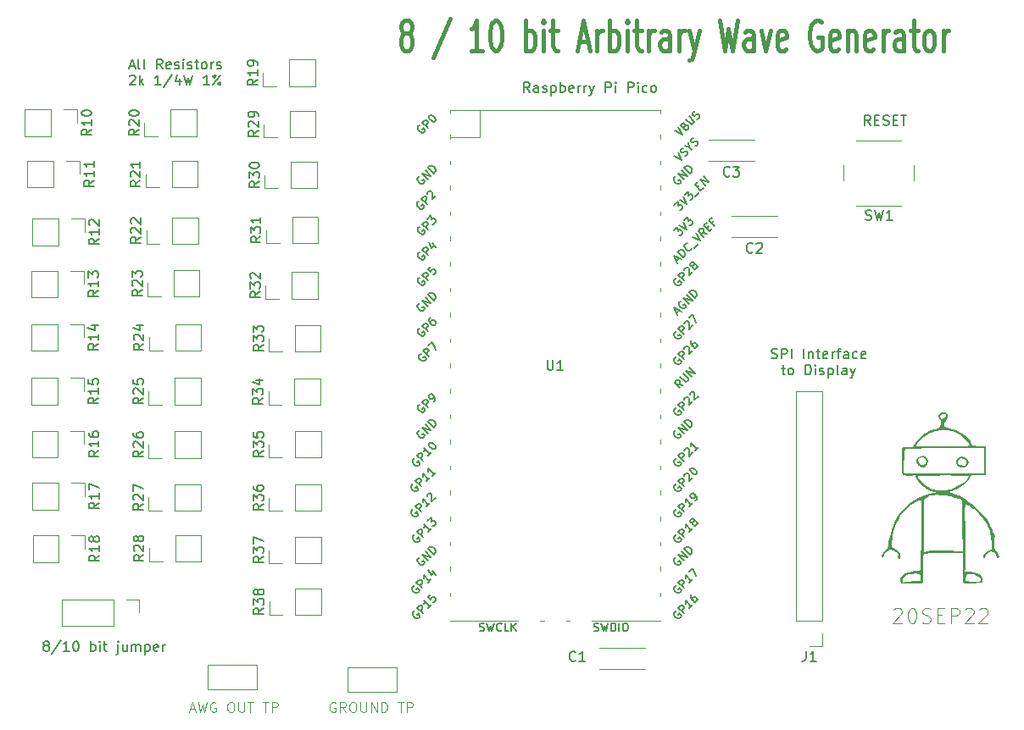
<source format=gbr>
%TF.GenerationSoftware,KiCad,Pcbnew,(6.0.7)*%
%TF.CreationDate,2022-09-20T14:40:13-04:00*%
%TF.ProjectId,RPi Pico Core,52506920-5069-4636-9f20-436f72652e6b,rev?*%
%TF.SameCoordinates,Original*%
%TF.FileFunction,Legend,Top*%
%TF.FilePolarity,Positive*%
%FSLAX46Y46*%
G04 Gerber Fmt 4.6, Leading zero omitted, Abs format (unit mm)*
G04 Created by KiCad (PCBNEW (6.0.7)) date 2022-09-20 14:40:13*
%MOMM*%
%LPD*%
G01*
G04 APERTURE LIST*
%ADD10C,0.100000*%
%ADD11C,0.400000*%
%ADD12C,0.150000*%
%ADD13C,0.120000*%
G04 APERTURE END LIST*
D10*
X192377714Y-121181428D02*
X192449142Y-121110000D01*
X192592000Y-121038571D01*
X192949142Y-121038571D01*
X193092000Y-121110000D01*
X193163428Y-121181428D01*
X193234857Y-121324285D01*
X193234857Y-121467142D01*
X193163428Y-121681428D01*
X192306285Y-122538571D01*
X193234857Y-122538571D01*
X194163428Y-121038571D02*
X194306285Y-121038571D01*
X194449142Y-121110000D01*
X194520571Y-121181428D01*
X194592000Y-121324285D01*
X194663428Y-121610000D01*
X194663428Y-121967142D01*
X194592000Y-122252857D01*
X194520571Y-122395714D01*
X194449142Y-122467142D01*
X194306285Y-122538571D01*
X194163428Y-122538571D01*
X194020571Y-122467142D01*
X193949142Y-122395714D01*
X193877714Y-122252857D01*
X193806285Y-121967142D01*
X193806285Y-121610000D01*
X193877714Y-121324285D01*
X193949142Y-121181428D01*
X194020571Y-121110000D01*
X194163428Y-121038571D01*
X195234857Y-122467142D02*
X195449142Y-122538571D01*
X195806285Y-122538571D01*
X195949142Y-122467142D01*
X196020571Y-122395714D01*
X196092000Y-122252857D01*
X196092000Y-122110000D01*
X196020571Y-121967142D01*
X195949142Y-121895714D01*
X195806285Y-121824285D01*
X195520571Y-121752857D01*
X195377714Y-121681428D01*
X195306285Y-121610000D01*
X195234857Y-121467142D01*
X195234857Y-121324285D01*
X195306285Y-121181428D01*
X195377714Y-121110000D01*
X195520571Y-121038571D01*
X195877714Y-121038571D01*
X196092000Y-121110000D01*
X196734857Y-121752857D02*
X197234857Y-121752857D01*
X197449142Y-122538571D02*
X196734857Y-122538571D01*
X196734857Y-121038571D01*
X197449142Y-121038571D01*
X198092000Y-122538571D02*
X198092000Y-121038571D01*
X198663428Y-121038571D01*
X198806285Y-121110000D01*
X198877714Y-121181428D01*
X198949142Y-121324285D01*
X198949142Y-121538571D01*
X198877714Y-121681428D01*
X198806285Y-121752857D01*
X198663428Y-121824285D01*
X198092000Y-121824285D01*
X199520571Y-121181428D02*
X199592000Y-121110000D01*
X199734857Y-121038571D01*
X200092000Y-121038571D01*
X200234857Y-121110000D01*
X200306285Y-121181428D01*
X200377714Y-121324285D01*
X200377714Y-121467142D01*
X200306285Y-121681428D01*
X199449142Y-122538571D01*
X200377714Y-122538571D01*
X200949142Y-121181428D02*
X201020571Y-121110000D01*
X201163428Y-121038571D01*
X201520571Y-121038571D01*
X201663428Y-121110000D01*
X201734857Y-121181428D01*
X201806285Y-121324285D01*
X201806285Y-121467142D01*
X201734857Y-121681428D01*
X200877714Y-122538571D01*
X201806285Y-122538571D01*
X136624571Y-130504000D02*
X136529333Y-130456380D01*
X136386476Y-130456380D01*
X136243619Y-130504000D01*
X136148380Y-130599238D01*
X136100761Y-130694476D01*
X136053142Y-130884952D01*
X136053142Y-131027809D01*
X136100761Y-131218285D01*
X136148380Y-131313523D01*
X136243619Y-131408761D01*
X136386476Y-131456380D01*
X136481714Y-131456380D01*
X136624571Y-131408761D01*
X136672190Y-131361142D01*
X136672190Y-131027809D01*
X136481714Y-131027809D01*
X137672190Y-131456380D02*
X137338857Y-130980190D01*
X137100761Y-131456380D02*
X137100761Y-130456380D01*
X137481714Y-130456380D01*
X137576952Y-130504000D01*
X137624571Y-130551619D01*
X137672190Y-130646857D01*
X137672190Y-130789714D01*
X137624571Y-130884952D01*
X137576952Y-130932571D01*
X137481714Y-130980190D01*
X137100761Y-130980190D01*
X138291238Y-130456380D02*
X138481714Y-130456380D01*
X138576952Y-130504000D01*
X138672190Y-130599238D01*
X138719809Y-130789714D01*
X138719809Y-131123047D01*
X138672190Y-131313523D01*
X138576952Y-131408761D01*
X138481714Y-131456380D01*
X138291238Y-131456380D01*
X138196000Y-131408761D01*
X138100761Y-131313523D01*
X138053142Y-131123047D01*
X138053142Y-130789714D01*
X138100761Y-130599238D01*
X138196000Y-130504000D01*
X138291238Y-130456380D01*
X139148380Y-130456380D02*
X139148380Y-131265904D01*
X139196000Y-131361142D01*
X139243619Y-131408761D01*
X139338857Y-131456380D01*
X139529333Y-131456380D01*
X139624571Y-131408761D01*
X139672190Y-131361142D01*
X139719809Y-131265904D01*
X139719809Y-130456380D01*
X140196000Y-131456380D02*
X140196000Y-130456380D01*
X140767428Y-131456380D01*
X140767428Y-130456380D01*
X141243619Y-131456380D02*
X141243619Y-130456380D01*
X141481714Y-130456380D01*
X141624571Y-130504000D01*
X141719809Y-130599238D01*
X141767428Y-130694476D01*
X141815047Y-130884952D01*
X141815047Y-131027809D01*
X141767428Y-131218285D01*
X141719809Y-131313523D01*
X141624571Y-131408761D01*
X141481714Y-131456380D01*
X141243619Y-131456380D01*
X142862666Y-130456380D02*
X143434095Y-130456380D01*
X143148380Y-131456380D02*
X143148380Y-130456380D01*
X143767428Y-131456380D02*
X143767428Y-130456380D01*
X144148380Y-130456380D01*
X144243619Y-130504000D01*
X144291238Y-130551619D01*
X144338857Y-130646857D01*
X144338857Y-130789714D01*
X144291238Y-130884952D01*
X144243619Y-130932571D01*
X144148380Y-130980190D01*
X143767428Y-130980190D01*
X122099047Y-131170666D02*
X122575238Y-131170666D01*
X122003809Y-131456380D02*
X122337142Y-130456380D01*
X122670476Y-131456380D01*
X122908571Y-130456380D02*
X123146666Y-131456380D01*
X123337142Y-130742095D01*
X123527619Y-131456380D01*
X123765714Y-130456380D01*
X124670476Y-130504000D02*
X124575238Y-130456380D01*
X124432380Y-130456380D01*
X124289523Y-130504000D01*
X124194285Y-130599238D01*
X124146666Y-130694476D01*
X124099047Y-130884952D01*
X124099047Y-131027809D01*
X124146666Y-131218285D01*
X124194285Y-131313523D01*
X124289523Y-131408761D01*
X124432380Y-131456380D01*
X124527619Y-131456380D01*
X124670476Y-131408761D01*
X124718095Y-131361142D01*
X124718095Y-131027809D01*
X124527619Y-131027809D01*
X126099047Y-130456380D02*
X126289523Y-130456380D01*
X126384761Y-130504000D01*
X126480000Y-130599238D01*
X126527619Y-130789714D01*
X126527619Y-131123047D01*
X126480000Y-131313523D01*
X126384761Y-131408761D01*
X126289523Y-131456380D01*
X126099047Y-131456380D01*
X126003809Y-131408761D01*
X125908571Y-131313523D01*
X125860952Y-131123047D01*
X125860952Y-130789714D01*
X125908571Y-130599238D01*
X126003809Y-130504000D01*
X126099047Y-130456380D01*
X126956190Y-130456380D02*
X126956190Y-131265904D01*
X127003809Y-131361142D01*
X127051428Y-131408761D01*
X127146666Y-131456380D01*
X127337142Y-131456380D01*
X127432380Y-131408761D01*
X127480000Y-131361142D01*
X127527619Y-131265904D01*
X127527619Y-130456380D01*
X127860952Y-130456380D02*
X128432380Y-130456380D01*
X128146666Y-131456380D02*
X128146666Y-130456380D01*
X129384761Y-130456380D02*
X129956190Y-130456380D01*
X129670476Y-131456380D02*
X129670476Y-130456380D01*
X130289523Y-131456380D02*
X130289523Y-130456380D01*
X130670476Y-130456380D01*
X130765714Y-130504000D01*
X130813333Y-130551619D01*
X130860952Y-130646857D01*
X130860952Y-130789714D01*
X130813333Y-130884952D01*
X130765714Y-130932571D01*
X130670476Y-130980190D01*
X130289523Y-130980190D01*
D11*
X143517238Y-63590857D02*
X143326761Y-63448000D01*
X143231523Y-63305142D01*
X143136285Y-63019428D01*
X143136285Y-62876571D01*
X143231523Y-62590857D01*
X143326761Y-62448000D01*
X143517238Y-62305142D01*
X143898190Y-62305142D01*
X144088666Y-62448000D01*
X144183904Y-62590857D01*
X144279142Y-62876571D01*
X144279142Y-63019428D01*
X144183904Y-63305142D01*
X144088666Y-63448000D01*
X143898190Y-63590857D01*
X143517238Y-63590857D01*
X143326761Y-63733714D01*
X143231523Y-63876571D01*
X143136285Y-64162285D01*
X143136285Y-64733714D01*
X143231523Y-65019428D01*
X143326761Y-65162285D01*
X143517238Y-65305142D01*
X143898190Y-65305142D01*
X144088666Y-65162285D01*
X144183904Y-65019428D01*
X144279142Y-64733714D01*
X144279142Y-64162285D01*
X144183904Y-63876571D01*
X144088666Y-63733714D01*
X143898190Y-63590857D01*
X148088666Y-62162285D02*
X146374380Y-66019428D01*
X151326761Y-65305142D02*
X150183904Y-65305142D01*
X150755333Y-65305142D02*
X150755333Y-62305142D01*
X150564857Y-62733714D01*
X150374380Y-63019428D01*
X150183904Y-63162285D01*
X152564857Y-62305142D02*
X152755333Y-62305142D01*
X152945809Y-62448000D01*
X153041047Y-62590857D01*
X153136285Y-62876571D01*
X153231523Y-63448000D01*
X153231523Y-64162285D01*
X153136285Y-64733714D01*
X153041047Y-65019428D01*
X152945809Y-65162285D01*
X152755333Y-65305142D01*
X152564857Y-65305142D01*
X152374380Y-65162285D01*
X152279142Y-65019428D01*
X152183904Y-64733714D01*
X152088666Y-64162285D01*
X152088666Y-63448000D01*
X152183904Y-62876571D01*
X152279142Y-62590857D01*
X152374380Y-62448000D01*
X152564857Y-62305142D01*
X155612476Y-65305142D02*
X155612476Y-62305142D01*
X155612476Y-63448000D02*
X155802952Y-63305142D01*
X156183904Y-63305142D01*
X156374380Y-63448000D01*
X156469619Y-63590857D01*
X156564857Y-63876571D01*
X156564857Y-64733714D01*
X156469619Y-65019428D01*
X156374380Y-65162285D01*
X156183904Y-65305142D01*
X155802952Y-65305142D01*
X155612476Y-65162285D01*
X157421999Y-65305142D02*
X157421999Y-63305142D01*
X157421999Y-62305142D02*
X157326761Y-62448000D01*
X157421999Y-62590857D01*
X157517238Y-62448000D01*
X157421999Y-62305142D01*
X157421999Y-62590857D01*
X158088666Y-63305142D02*
X158850571Y-63305142D01*
X158374380Y-62305142D02*
X158374380Y-64876571D01*
X158469619Y-65162285D01*
X158660095Y-65305142D01*
X158850571Y-65305142D01*
X160945809Y-64448000D02*
X161898190Y-64448000D01*
X160755333Y-65305142D02*
X161421999Y-62305142D01*
X162088666Y-65305142D01*
X162755333Y-65305142D02*
X162755333Y-63305142D01*
X162755333Y-63876571D02*
X162850571Y-63590857D01*
X162945809Y-63448000D01*
X163136285Y-63305142D01*
X163326761Y-63305142D01*
X163993428Y-65305142D02*
X163993428Y-62305142D01*
X163993428Y-63448000D02*
X164183904Y-63305142D01*
X164564857Y-63305142D01*
X164755333Y-63448000D01*
X164850571Y-63590857D01*
X164945809Y-63876571D01*
X164945809Y-64733714D01*
X164850571Y-65019428D01*
X164755333Y-65162285D01*
X164564857Y-65305142D01*
X164183904Y-65305142D01*
X163993428Y-65162285D01*
X165802952Y-65305142D02*
X165802952Y-63305142D01*
X165802952Y-62305142D02*
X165707714Y-62448000D01*
X165802952Y-62590857D01*
X165898190Y-62448000D01*
X165802952Y-62305142D01*
X165802952Y-62590857D01*
X166469619Y-63305142D02*
X167231523Y-63305142D01*
X166755333Y-62305142D02*
X166755333Y-64876571D01*
X166850571Y-65162285D01*
X167041047Y-65305142D01*
X167231523Y-65305142D01*
X167898190Y-65305142D02*
X167898190Y-63305142D01*
X167898190Y-63876571D02*
X167993428Y-63590857D01*
X168088666Y-63448000D01*
X168279142Y-63305142D01*
X168469619Y-63305142D01*
X169993428Y-65305142D02*
X169993428Y-63733714D01*
X169898190Y-63448000D01*
X169707714Y-63305142D01*
X169326761Y-63305142D01*
X169136285Y-63448000D01*
X169993428Y-65162285D02*
X169802952Y-65305142D01*
X169326761Y-65305142D01*
X169136285Y-65162285D01*
X169041047Y-64876571D01*
X169041047Y-64590857D01*
X169136285Y-64305142D01*
X169326761Y-64162285D01*
X169802952Y-64162285D01*
X169993428Y-64019428D01*
X170945809Y-65305142D02*
X170945809Y-63305142D01*
X170945809Y-63876571D02*
X171041047Y-63590857D01*
X171136285Y-63448000D01*
X171326761Y-63305142D01*
X171517238Y-63305142D01*
X171993428Y-63305142D02*
X172469619Y-65305142D01*
X172945809Y-63305142D02*
X172469619Y-65305142D01*
X172279142Y-66019428D01*
X172183904Y-66162285D01*
X171993428Y-66305142D01*
X175041047Y-62305142D02*
X175517238Y-65305142D01*
X175898190Y-63162285D01*
X176279142Y-65305142D01*
X176755333Y-62305142D01*
X178374380Y-65305142D02*
X178374380Y-63733714D01*
X178279142Y-63448000D01*
X178088666Y-63305142D01*
X177707714Y-63305142D01*
X177517238Y-63448000D01*
X178374380Y-65162285D02*
X178183904Y-65305142D01*
X177707714Y-65305142D01*
X177517238Y-65162285D01*
X177421999Y-64876571D01*
X177421999Y-64590857D01*
X177517238Y-64305142D01*
X177707714Y-64162285D01*
X178183904Y-64162285D01*
X178374380Y-64019428D01*
X179136285Y-63305142D02*
X179612476Y-65305142D01*
X180088666Y-63305142D01*
X181612476Y-65162285D02*
X181421999Y-65305142D01*
X181041047Y-65305142D01*
X180850571Y-65162285D01*
X180755333Y-64876571D01*
X180755333Y-63733714D01*
X180850571Y-63448000D01*
X181041047Y-63305142D01*
X181421999Y-63305142D01*
X181612476Y-63448000D01*
X181707714Y-63733714D01*
X181707714Y-64019428D01*
X180755333Y-64305142D01*
X185136285Y-62448000D02*
X184945809Y-62305142D01*
X184660095Y-62305142D01*
X184374380Y-62448000D01*
X184183904Y-62733714D01*
X184088666Y-63019428D01*
X183993428Y-63590857D01*
X183993428Y-64019428D01*
X184088666Y-64590857D01*
X184183904Y-64876571D01*
X184374380Y-65162285D01*
X184660095Y-65305142D01*
X184850571Y-65305142D01*
X185136285Y-65162285D01*
X185231523Y-65019428D01*
X185231523Y-64019428D01*
X184850571Y-64019428D01*
X186850571Y-65162285D02*
X186660095Y-65305142D01*
X186279142Y-65305142D01*
X186088666Y-65162285D01*
X185993428Y-64876571D01*
X185993428Y-63733714D01*
X186088666Y-63448000D01*
X186279142Y-63305142D01*
X186660095Y-63305142D01*
X186850571Y-63448000D01*
X186945809Y-63733714D01*
X186945809Y-64019428D01*
X185993428Y-64305142D01*
X187802952Y-63305142D02*
X187802952Y-65305142D01*
X187802952Y-63590857D02*
X187898190Y-63448000D01*
X188088666Y-63305142D01*
X188374380Y-63305142D01*
X188564857Y-63448000D01*
X188660095Y-63733714D01*
X188660095Y-65305142D01*
X190374380Y-65162285D02*
X190183904Y-65305142D01*
X189802952Y-65305142D01*
X189612476Y-65162285D01*
X189517238Y-64876571D01*
X189517238Y-63733714D01*
X189612476Y-63448000D01*
X189802952Y-63305142D01*
X190183904Y-63305142D01*
X190374380Y-63448000D01*
X190469619Y-63733714D01*
X190469619Y-64019428D01*
X189517238Y-64305142D01*
X191326761Y-65305142D02*
X191326761Y-63305142D01*
X191326761Y-63876571D02*
X191421999Y-63590857D01*
X191517238Y-63448000D01*
X191707714Y-63305142D01*
X191898190Y-63305142D01*
X193421999Y-65305142D02*
X193421999Y-63733714D01*
X193326761Y-63448000D01*
X193136285Y-63305142D01*
X192755333Y-63305142D01*
X192564857Y-63448000D01*
X193421999Y-65162285D02*
X193231523Y-65305142D01*
X192755333Y-65305142D01*
X192564857Y-65162285D01*
X192469619Y-64876571D01*
X192469619Y-64590857D01*
X192564857Y-64305142D01*
X192755333Y-64162285D01*
X193231523Y-64162285D01*
X193421999Y-64019428D01*
X194088666Y-63305142D02*
X194850571Y-63305142D01*
X194374380Y-62305142D02*
X194374380Y-64876571D01*
X194469619Y-65162285D01*
X194660095Y-65305142D01*
X194850571Y-65305142D01*
X195802952Y-65305142D02*
X195612476Y-65162285D01*
X195517238Y-65019428D01*
X195421999Y-64733714D01*
X195421999Y-63876571D01*
X195517238Y-63590857D01*
X195612476Y-63448000D01*
X195802952Y-63305142D01*
X196088666Y-63305142D01*
X196279142Y-63448000D01*
X196374380Y-63590857D01*
X196469619Y-63876571D01*
X196469619Y-64733714D01*
X196374380Y-65019428D01*
X196279142Y-65162285D01*
X196088666Y-65305142D01*
X195802952Y-65305142D01*
X197326761Y-65305142D02*
X197326761Y-63305142D01*
X197326761Y-63876571D02*
X197421999Y-63590857D01*
X197517238Y-63448000D01*
X197707714Y-63305142D01*
X197898190Y-63305142D01*
D12*
X116066571Y-66865666D02*
X116542761Y-66865666D01*
X115971333Y-67151380D02*
X116304666Y-66151380D01*
X116638000Y-67151380D01*
X117114190Y-67151380D02*
X117018952Y-67103761D01*
X116971333Y-67008523D01*
X116971333Y-66151380D01*
X117638000Y-67151380D02*
X117542761Y-67103761D01*
X117495142Y-67008523D01*
X117495142Y-66151380D01*
X119352285Y-67151380D02*
X119018952Y-66675190D01*
X118780857Y-67151380D02*
X118780857Y-66151380D01*
X119161809Y-66151380D01*
X119257047Y-66199000D01*
X119304666Y-66246619D01*
X119352285Y-66341857D01*
X119352285Y-66484714D01*
X119304666Y-66579952D01*
X119257047Y-66627571D01*
X119161809Y-66675190D01*
X118780857Y-66675190D01*
X120161809Y-67103761D02*
X120066571Y-67151380D01*
X119876095Y-67151380D01*
X119780857Y-67103761D01*
X119733238Y-67008523D01*
X119733238Y-66627571D01*
X119780857Y-66532333D01*
X119876095Y-66484714D01*
X120066571Y-66484714D01*
X120161809Y-66532333D01*
X120209428Y-66627571D01*
X120209428Y-66722809D01*
X119733238Y-66818047D01*
X120590380Y-67103761D02*
X120685619Y-67151380D01*
X120876095Y-67151380D01*
X120971333Y-67103761D01*
X121018952Y-67008523D01*
X121018952Y-66960904D01*
X120971333Y-66865666D01*
X120876095Y-66818047D01*
X120733238Y-66818047D01*
X120638000Y-66770428D01*
X120590380Y-66675190D01*
X120590380Y-66627571D01*
X120638000Y-66532333D01*
X120733238Y-66484714D01*
X120876095Y-66484714D01*
X120971333Y-66532333D01*
X121447523Y-67151380D02*
X121447523Y-66484714D01*
X121447523Y-66151380D02*
X121399904Y-66199000D01*
X121447523Y-66246619D01*
X121495142Y-66199000D01*
X121447523Y-66151380D01*
X121447523Y-66246619D01*
X121876095Y-67103761D02*
X121971333Y-67151380D01*
X122161809Y-67151380D01*
X122257047Y-67103761D01*
X122304666Y-67008523D01*
X122304666Y-66960904D01*
X122257047Y-66865666D01*
X122161809Y-66818047D01*
X122018952Y-66818047D01*
X121923714Y-66770428D01*
X121876095Y-66675190D01*
X121876095Y-66627571D01*
X121923714Y-66532333D01*
X122018952Y-66484714D01*
X122161809Y-66484714D01*
X122257047Y-66532333D01*
X122590380Y-66484714D02*
X122971333Y-66484714D01*
X122733238Y-66151380D02*
X122733238Y-67008523D01*
X122780857Y-67103761D01*
X122876095Y-67151380D01*
X122971333Y-67151380D01*
X123447523Y-67151380D02*
X123352285Y-67103761D01*
X123304666Y-67056142D01*
X123257047Y-66960904D01*
X123257047Y-66675190D01*
X123304666Y-66579952D01*
X123352285Y-66532333D01*
X123447523Y-66484714D01*
X123590380Y-66484714D01*
X123685619Y-66532333D01*
X123733238Y-66579952D01*
X123780857Y-66675190D01*
X123780857Y-66960904D01*
X123733238Y-67056142D01*
X123685619Y-67103761D01*
X123590380Y-67151380D01*
X123447523Y-67151380D01*
X124209428Y-67151380D02*
X124209428Y-66484714D01*
X124209428Y-66675190D02*
X124257047Y-66579952D01*
X124304666Y-66532333D01*
X124399904Y-66484714D01*
X124495142Y-66484714D01*
X124780857Y-67103761D02*
X124876095Y-67151380D01*
X125066571Y-67151380D01*
X125161809Y-67103761D01*
X125209428Y-67008523D01*
X125209428Y-66960904D01*
X125161809Y-66865666D01*
X125066571Y-66818047D01*
X124923714Y-66818047D01*
X124828476Y-66770428D01*
X124780857Y-66675190D01*
X124780857Y-66627571D01*
X124828476Y-66532333D01*
X124923714Y-66484714D01*
X125066571Y-66484714D01*
X125161809Y-66532333D01*
X116090380Y-67856619D02*
X116138000Y-67809000D01*
X116233238Y-67761380D01*
X116471333Y-67761380D01*
X116566571Y-67809000D01*
X116614190Y-67856619D01*
X116661809Y-67951857D01*
X116661809Y-68047095D01*
X116614190Y-68189952D01*
X116042761Y-68761380D01*
X116661809Y-68761380D01*
X117090380Y-68761380D02*
X117090380Y-67761380D01*
X117185619Y-68380428D02*
X117471333Y-68761380D01*
X117471333Y-68094714D02*
X117090380Y-68475666D01*
X119185619Y-68761380D02*
X118614190Y-68761380D01*
X118899904Y-68761380D02*
X118899904Y-67761380D01*
X118804666Y-67904238D01*
X118709428Y-67999476D01*
X118614190Y-68047095D01*
X120328476Y-67713761D02*
X119471333Y-68999476D01*
X121090380Y-68094714D02*
X121090380Y-68761380D01*
X120852285Y-67713761D02*
X120614190Y-68428047D01*
X121233238Y-68428047D01*
X121518952Y-67761380D02*
X121757047Y-68761380D01*
X121947523Y-68047095D01*
X122138000Y-68761380D01*
X122376095Y-67761380D01*
X124042761Y-68761380D02*
X123471333Y-68761380D01*
X123757047Y-68761380D02*
X123757047Y-67761380D01*
X123661809Y-67904238D01*
X123566571Y-67999476D01*
X123471333Y-68047095D01*
X124423714Y-68761380D02*
X125185619Y-67761380D01*
X124566571Y-67761380D02*
X124661809Y-67809000D01*
X124709428Y-67904238D01*
X124661809Y-67999476D01*
X124566571Y-68047095D01*
X124471333Y-67999476D01*
X124423714Y-67904238D01*
X124471333Y-67809000D01*
X124566571Y-67761380D01*
X125138000Y-68713761D02*
X125185619Y-68618523D01*
X125138000Y-68523285D01*
X125042761Y-68475666D01*
X124947523Y-68523285D01*
X124899904Y-68618523D01*
X124947523Y-68713761D01*
X125042761Y-68761380D01*
X125138000Y-68713761D01*
X107668857Y-124788952D02*
X107573619Y-124741333D01*
X107526000Y-124693714D01*
X107478380Y-124598476D01*
X107478380Y-124550857D01*
X107526000Y-124455619D01*
X107573619Y-124408000D01*
X107668857Y-124360380D01*
X107859333Y-124360380D01*
X107954571Y-124408000D01*
X108002190Y-124455619D01*
X108049809Y-124550857D01*
X108049809Y-124598476D01*
X108002190Y-124693714D01*
X107954571Y-124741333D01*
X107859333Y-124788952D01*
X107668857Y-124788952D01*
X107573619Y-124836571D01*
X107526000Y-124884190D01*
X107478380Y-124979428D01*
X107478380Y-125169904D01*
X107526000Y-125265142D01*
X107573619Y-125312761D01*
X107668857Y-125360380D01*
X107859333Y-125360380D01*
X107954571Y-125312761D01*
X108002190Y-125265142D01*
X108049809Y-125169904D01*
X108049809Y-124979428D01*
X108002190Y-124884190D01*
X107954571Y-124836571D01*
X107859333Y-124788952D01*
X109192666Y-124312761D02*
X108335523Y-125598476D01*
X110049809Y-125360380D02*
X109478380Y-125360380D01*
X109764095Y-125360380D02*
X109764095Y-124360380D01*
X109668857Y-124503238D01*
X109573619Y-124598476D01*
X109478380Y-124646095D01*
X110668857Y-124360380D02*
X110764095Y-124360380D01*
X110859333Y-124408000D01*
X110906952Y-124455619D01*
X110954571Y-124550857D01*
X111002190Y-124741333D01*
X111002190Y-124979428D01*
X110954571Y-125169904D01*
X110906952Y-125265142D01*
X110859333Y-125312761D01*
X110764095Y-125360380D01*
X110668857Y-125360380D01*
X110573619Y-125312761D01*
X110526000Y-125265142D01*
X110478380Y-125169904D01*
X110430761Y-124979428D01*
X110430761Y-124741333D01*
X110478380Y-124550857D01*
X110526000Y-124455619D01*
X110573619Y-124408000D01*
X110668857Y-124360380D01*
X112192666Y-125360380D02*
X112192666Y-124360380D01*
X112192666Y-124741333D02*
X112287904Y-124693714D01*
X112478380Y-124693714D01*
X112573619Y-124741333D01*
X112621238Y-124788952D01*
X112668857Y-124884190D01*
X112668857Y-125169904D01*
X112621238Y-125265142D01*
X112573619Y-125312761D01*
X112478380Y-125360380D01*
X112287904Y-125360380D01*
X112192666Y-125312761D01*
X113097428Y-125360380D02*
X113097428Y-124693714D01*
X113097428Y-124360380D02*
X113049809Y-124408000D01*
X113097428Y-124455619D01*
X113145047Y-124408000D01*
X113097428Y-124360380D01*
X113097428Y-124455619D01*
X113430761Y-124693714D02*
X113811714Y-124693714D01*
X113573619Y-124360380D02*
X113573619Y-125217523D01*
X113621238Y-125312761D01*
X113716476Y-125360380D01*
X113811714Y-125360380D01*
X114906952Y-124693714D02*
X114906952Y-125550857D01*
X114859333Y-125646095D01*
X114764095Y-125693714D01*
X114716476Y-125693714D01*
X114906952Y-124360380D02*
X114859333Y-124408000D01*
X114906952Y-124455619D01*
X114954571Y-124408000D01*
X114906952Y-124360380D01*
X114906952Y-124455619D01*
X115811714Y-124693714D02*
X115811714Y-125360380D01*
X115383142Y-124693714D02*
X115383142Y-125217523D01*
X115430761Y-125312761D01*
X115526000Y-125360380D01*
X115668857Y-125360380D01*
X115764095Y-125312761D01*
X115811714Y-125265142D01*
X116287904Y-125360380D02*
X116287904Y-124693714D01*
X116287904Y-124788952D02*
X116335523Y-124741333D01*
X116430761Y-124693714D01*
X116573619Y-124693714D01*
X116668857Y-124741333D01*
X116716476Y-124836571D01*
X116716476Y-125360380D01*
X116716476Y-124836571D02*
X116764095Y-124741333D01*
X116859333Y-124693714D01*
X117002190Y-124693714D01*
X117097428Y-124741333D01*
X117145047Y-124836571D01*
X117145047Y-125360380D01*
X117621238Y-124693714D02*
X117621238Y-125693714D01*
X117621238Y-124741333D02*
X117716476Y-124693714D01*
X117906952Y-124693714D01*
X118002190Y-124741333D01*
X118049809Y-124788952D01*
X118097428Y-124884190D01*
X118097428Y-125169904D01*
X118049809Y-125265142D01*
X118002190Y-125312761D01*
X117906952Y-125360380D01*
X117716476Y-125360380D01*
X117621238Y-125312761D01*
X118906952Y-125312761D02*
X118811714Y-125360380D01*
X118621238Y-125360380D01*
X118526000Y-125312761D01*
X118478380Y-125217523D01*
X118478380Y-124836571D01*
X118526000Y-124741333D01*
X118621238Y-124693714D01*
X118811714Y-124693714D01*
X118906952Y-124741333D01*
X118954571Y-124836571D01*
X118954571Y-124931809D01*
X118478380Y-125027047D01*
X119383142Y-125360380D02*
X119383142Y-124693714D01*
X119383142Y-124884190D02*
X119430761Y-124788952D01*
X119478380Y-124741333D01*
X119573619Y-124693714D01*
X119668857Y-124693714D01*
X156040000Y-69480380D02*
X155706666Y-69004190D01*
X155468571Y-69480380D02*
X155468571Y-68480380D01*
X155849523Y-68480380D01*
X155944761Y-68528000D01*
X155992380Y-68575619D01*
X156040000Y-68670857D01*
X156040000Y-68813714D01*
X155992380Y-68908952D01*
X155944761Y-68956571D01*
X155849523Y-69004190D01*
X155468571Y-69004190D01*
X156897142Y-69480380D02*
X156897142Y-68956571D01*
X156849523Y-68861333D01*
X156754285Y-68813714D01*
X156563809Y-68813714D01*
X156468571Y-68861333D01*
X156897142Y-69432761D02*
X156801904Y-69480380D01*
X156563809Y-69480380D01*
X156468571Y-69432761D01*
X156420952Y-69337523D01*
X156420952Y-69242285D01*
X156468571Y-69147047D01*
X156563809Y-69099428D01*
X156801904Y-69099428D01*
X156897142Y-69051809D01*
X157325714Y-69432761D02*
X157420952Y-69480380D01*
X157611428Y-69480380D01*
X157706666Y-69432761D01*
X157754285Y-69337523D01*
X157754285Y-69289904D01*
X157706666Y-69194666D01*
X157611428Y-69147047D01*
X157468571Y-69147047D01*
X157373333Y-69099428D01*
X157325714Y-69004190D01*
X157325714Y-68956571D01*
X157373333Y-68861333D01*
X157468571Y-68813714D01*
X157611428Y-68813714D01*
X157706666Y-68861333D01*
X158182857Y-68813714D02*
X158182857Y-69813714D01*
X158182857Y-68861333D02*
X158278095Y-68813714D01*
X158468571Y-68813714D01*
X158563809Y-68861333D01*
X158611428Y-68908952D01*
X158659047Y-69004190D01*
X158659047Y-69289904D01*
X158611428Y-69385142D01*
X158563809Y-69432761D01*
X158468571Y-69480380D01*
X158278095Y-69480380D01*
X158182857Y-69432761D01*
X159087619Y-69480380D02*
X159087619Y-68480380D01*
X159087619Y-68861333D02*
X159182857Y-68813714D01*
X159373333Y-68813714D01*
X159468571Y-68861333D01*
X159516190Y-68908952D01*
X159563809Y-69004190D01*
X159563809Y-69289904D01*
X159516190Y-69385142D01*
X159468571Y-69432761D01*
X159373333Y-69480380D01*
X159182857Y-69480380D01*
X159087619Y-69432761D01*
X160373333Y-69432761D02*
X160278095Y-69480380D01*
X160087619Y-69480380D01*
X159992380Y-69432761D01*
X159944761Y-69337523D01*
X159944761Y-68956571D01*
X159992380Y-68861333D01*
X160087619Y-68813714D01*
X160278095Y-68813714D01*
X160373333Y-68861333D01*
X160420952Y-68956571D01*
X160420952Y-69051809D01*
X159944761Y-69147047D01*
X160849523Y-69480380D02*
X160849523Y-68813714D01*
X160849523Y-69004190D02*
X160897142Y-68908952D01*
X160944761Y-68861333D01*
X161040000Y-68813714D01*
X161135238Y-68813714D01*
X161468571Y-69480380D02*
X161468571Y-68813714D01*
X161468571Y-69004190D02*
X161516190Y-68908952D01*
X161563809Y-68861333D01*
X161659047Y-68813714D01*
X161754285Y-68813714D01*
X161992380Y-68813714D02*
X162230476Y-69480380D01*
X162468571Y-68813714D02*
X162230476Y-69480380D01*
X162135238Y-69718476D01*
X162087619Y-69766095D01*
X161992380Y-69813714D01*
X163611428Y-69480380D02*
X163611428Y-68480380D01*
X163992380Y-68480380D01*
X164087619Y-68528000D01*
X164135238Y-68575619D01*
X164182857Y-68670857D01*
X164182857Y-68813714D01*
X164135238Y-68908952D01*
X164087619Y-68956571D01*
X163992380Y-69004190D01*
X163611428Y-69004190D01*
X164611428Y-69480380D02*
X164611428Y-68813714D01*
X164611428Y-68480380D02*
X164563809Y-68528000D01*
X164611428Y-68575619D01*
X164659047Y-68528000D01*
X164611428Y-68480380D01*
X164611428Y-68575619D01*
X165849523Y-69480380D02*
X165849523Y-68480380D01*
X166230476Y-68480380D01*
X166325714Y-68528000D01*
X166373333Y-68575619D01*
X166420952Y-68670857D01*
X166420952Y-68813714D01*
X166373333Y-68908952D01*
X166325714Y-68956571D01*
X166230476Y-69004190D01*
X165849523Y-69004190D01*
X166849523Y-69480380D02*
X166849523Y-68813714D01*
X166849523Y-68480380D02*
X166801904Y-68528000D01*
X166849523Y-68575619D01*
X166897142Y-68528000D01*
X166849523Y-68480380D01*
X166849523Y-68575619D01*
X167754285Y-69432761D02*
X167659047Y-69480380D01*
X167468571Y-69480380D01*
X167373333Y-69432761D01*
X167325714Y-69385142D01*
X167278095Y-69289904D01*
X167278095Y-69004190D01*
X167325714Y-68908952D01*
X167373333Y-68861333D01*
X167468571Y-68813714D01*
X167659047Y-68813714D01*
X167754285Y-68861333D01*
X168325714Y-69480380D02*
X168230476Y-69432761D01*
X168182857Y-69385142D01*
X168135238Y-69289904D01*
X168135238Y-69004190D01*
X168182857Y-68908952D01*
X168230476Y-68861333D01*
X168325714Y-68813714D01*
X168468571Y-68813714D01*
X168563809Y-68861333D01*
X168611428Y-68908952D01*
X168659047Y-69004190D01*
X168659047Y-69289904D01*
X168611428Y-69385142D01*
X168563809Y-69432761D01*
X168468571Y-69480380D01*
X168325714Y-69480380D01*
X190051619Y-72782380D02*
X189718285Y-72306190D01*
X189480190Y-72782380D02*
X189480190Y-71782380D01*
X189861142Y-71782380D01*
X189956380Y-71830000D01*
X190004000Y-71877619D01*
X190051619Y-71972857D01*
X190051619Y-72115714D01*
X190004000Y-72210952D01*
X189956380Y-72258571D01*
X189861142Y-72306190D01*
X189480190Y-72306190D01*
X190480190Y-72258571D02*
X190813523Y-72258571D01*
X190956380Y-72782380D02*
X190480190Y-72782380D01*
X190480190Y-71782380D01*
X190956380Y-71782380D01*
X191337333Y-72734761D02*
X191480190Y-72782380D01*
X191718285Y-72782380D01*
X191813523Y-72734761D01*
X191861142Y-72687142D01*
X191908761Y-72591904D01*
X191908761Y-72496666D01*
X191861142Y-72401428D01*
X191813523Y-72353809D01*
X191718285Y-72306190D01*
X191527809Y-72258571D01*
X191432571Y-72210952D01*
X191384952Y-72163333D01*
X191337333Y-72068095D01*
X191337333Y-71972857D01*
X191384952Y-71877619D01*
X191432571Y-71830000D01*
X191527809Y-71782380D01*
X191765904Y-71782380D01*
X191908761Y-71830000D01*
X192337333Y-72258571D02*
X192670666Y-72258571D01*
X192813523Y-72782380D02*
X192337333Y-72782380D01*
X192337333Y-71782380D01*
X192813523Y-71782380D01*
X193099238Y-71782380D02*
X193670666Y-71782380D01*
X193384952Y-72782380D02*
X193384952Y-71782380D01*
X180185714Y-96059761D02*
X180328571Y-96107380D01*
X180566666Y-96107380D01*
X180661904Y-96059761D01*
X180709523Y-96012142D01*
X180757142Y-95916904D01*
X180757142Y-95821666D01*
X180709523Y-95726428D01*
X180661904Y-95678809D01*
X180566666Y-95631190D01*
X180376190Y-95583571D01*
X180280952Y-95535952D01*
X180233333Y-95488333D01*
X180185714Y-95393095D01*
X180185714Y-95297857D01*
X180233333Y-95202619D01*
X180280952Y-95155000D01*
X180376190Y-95107380D01*
X180614285Y-95107380D01*
X180757142Y-95155000D01*
X181185714Y-96107380D02*
X181185714Y-95107380D01*
X181566666Y-95107380D01*
X181661904Y-95155000D01*
X181709523Y-95202619D01*
X181757142Y-95297857D01*
X181757142Y-95440714D01*
X181709523Y-95535952D01*
X181661904Y-95583571D01*
X181566666Y-95631190D01*
X181185714Y-95631190D01*
X182185714Y-96107380D02*
X182185714Y-95107380D01*
X183423809Y-96107380D02*
X183423809Y-95107380D01*
X183900000Y-95440714D02*
X183900000Y-96107380D01*
X183900000Y-95535952D02*
X183947619Y-95488333D01*
X184042857Y-95440714D01*
X184185714Y-95440714D01*
X184280952Y-95488333D01*
X184328571Y-95583571D01*
X184328571Y-96107380D01*
X184661904Y-95440714D02*
X185042857Y-95440714D01*
X184804761Y-95107380D02*
X184804761Y-95964523D01*
X184852380Y-96059761D01*
X184947619Y-96107380D01*
X185042857Y-96107380D01*
X185757142Y-96059761D02*
X185661904Y-96107380D01*
X185471428Y-96107380D01*
X185376190Y-96059761D01*
X185328571Y-95964523D01*
X185328571Y-95583571D01*
X185376190Y-95488333D01*
X185471428Y-95440714D01*
X185661904Y-95440714D01*
X185757142Y-95488333D01*
X185804761Y-95583571D01*
X185804761Y-95678809D01*
X185328571Y-95774047D01*
X186233333Y-96107380D02*
X186233333Y-95440714D01*
X186233333Y-95631190D02*
X186280952Y-95535952D01*
X186328571Y-95488333D01*
X186423809Y-95440714D01*
X186519047Y-95440714D01*
X186709523Y-95440714D02*
X187090476Y-95440714D01*
X186852380Y-96107380D02*
X186852380Y-95250238D01*
X186900000Y-95155000D01*
X186995238Y-95107380D01*
X187090476Y-95107380D01*
X187852380Y-96107380D02*
X187852380Y-95583571D01*
X187804761Y-95488333D01*
X187709523Y-95440714D01*
X187519047Y-95440714D01*
X187423809Y-95488333D01*
X187852380Y-96059761D02*
X187757142Y-96107380D01*
X187519047Y-96107380D01*
X187423809Y-96059761D01*
X187376190Y-95964523D01*
X187376190Y-95869285D01*
X187423809Y-95774047D01*
X187519047Y-95726428D01*
X187757142Y-95726428D01*
X187852380Y-95678809D01*
X188757142Y-96059761D02*
X188661904Y-96107380D01*
X188471428Y-96107380D01*
X188376190Y-96059761D01*
X188328571Y-96012142D01*
X188280952Y-95916904D01*
X188280952Y-95631190D01*
X188328571Y-95535952D01*
X188376190Y-95488333D01*
X188471428Y-95440714D01*
X188661904Y-95440714D01*
X188757142Y-95488333D01*
X189566666Y-96059761D02*
X189471428Y-96107380D01*
X189280952Y-96107380D01*
X189185714Y-96059761D01*
X189138095Y-95964523D01*
X189138095Y-95583571D01*
X189185714Y-95488333D01*
X189280952Y-95440714D01*
X189471428Y-95440714D01*
X189566666Y-95488333D01*
X189614285Y-95583571D01*
X189614285Y-95678809D01*
X189138095Y-95774047D01*
X181185714Y-97050714D02*
X181566666Y-97050714D01*
X181328571Y-96717380D02*
X181328571Y-97574523D01*
X181376190Y-97669761D01*
X181471428Y-97717380D01*
X181566666Y-97717380D01*
X182042857Y-97717380D02*
X181947619Y-97669761D01*
X181900000Y-97622142D01*
X181852380Y-97526904D01*
X181852380Y-97241190D01*
X181900000Y-97145952D01*
X181947619Y-97098333D01*
X182042857Y-97050714D01*
X182185714Y-97050714D01*
X182280952Y-97098333D01*
X182328571Y-97145952D01*
X182376190Y-97241190D01*
X182376190Y-97526904D01*
X182328571Y-97622142D01*
X182280952Y-97669761D01*
X182185714Y-97717380D01*
X182042857Y-97717380D01*
X183566666Y-97717380D02*
X183566666Y-96717380D01*
X183804761Y-96717380D01*
X183947619Y-96765000D01*
X184042857Y-96860238D01*
X184090476Y-96955476D01*
X184138095Y-97145952D01*
X184138095Y-97288809D01*
X184090476Y-97479285D01*
X184042857Y-97574523D01*
X183947619Y-97669761D01*
X183804761Y-97717380D01*
X183566666Y-97717380D01*
X184566666Y-97717380D02*
X184566666Y-97050714D01*
X184566666Y-96717380D02*
X184519047Y-96765000D01*
X184566666Y-96812619D01*
X184614285Y-96765000D01*
X184566666Y-96717380D01*
X184566666Y-96812619D01*
X184995238Y-97669761D02*
X185090476Y-97717380D01*
X185280952Y-97717380D01*
X185376190Y-97669761D01*
X185423809Y-97574523D01*
X185423809Y-97526904D01*
X185376190Y-97431666D01*
X185280952Y-97384047D01*
X185138095Y-97384047D01*
X185042857Y-97336428D01*
X184995238Y-97241190D01*
X184995238Y-97193571D01*
X185042857Y-97098333D01*
X185138095Y-97050714D01*
X185280952Y-97050714D01*
X185376190Y-97098333D01*
X185852380Y-97050714D02*
X185852380Y-98050714D01*
X185852380Y-97098333D02*
X185947619Y-97050714D01*
X186138095Y-97050714D01*
X186233333Y-97098333D01*
X186280952Y-97145952D01*
X186328571Y-97241190D01*
X186328571Y-97526904D01*
X186280952Y-97622142D01*
X186233333Y-97669761D01*
X186138095Y-97717380D01*
X185947619Y-97717380D01*
X185852380Y-97669761D01*
X186900000Y-97717380D02*
X186804761Y-97669761D01*
X186757142Y-97574523D01*
X186757142Y-96717380D01*
X187709523Y-97717380D02*
X187709523Y-97193571D01*
X187661904Y-97098333D01*
X187566666Y-97050714D01*
X187376190Y-97050714D01*
X187280952Y-97098333D01*
X187709523Y-97669761D02*
X187614285Y-97717380D01*
X187376190Y-97717380D01*
X187280952Y-97669761D01*
X187233333Y-97574523D01*
X187233333Y-97479285D01*
X187280952Y-97384047D01*
X187376190Y-97336428D01*
X187614285Y-97336428D01*
X187709523Y-97288809D01*
X188090476Y-97050714D02*
X188328571Y-97717380D01*
X188566666Y-97050714D02*
X188328571Y-97717380D01*
X188233333Y-97955476D01*
X188185714Y-98003095D01*
X188090476Y-98050714D01*
%TO.C,U1*%
X157795176Y-96262380D02*
X157795176Y-97071904D01*
X157842795Y-97167142D01*
X157890414Y-97214761D01*
X157985652Y-97262380D01*
X158176128Y-97262380D01*
X158271366Y-97214761D01*
X158318985Y-97167142D01*
X158366604Y-97071904D01*
X158366604Y-96262380D01*
X159366604Y-97262380D02*
X158795176Y-97262380D01*
X159080890Y-97262380D02*
X159080890Y-96262380D01*
X158985652Y-96405238D01*
X158890414Y-96500476D01*
X158795176Y-96548095D01*
X144400803Y-108630592D02*
X144319991Y-108657529D01*
X144239178Y-108738341D01*
X144185304Y-108846091D01*
X144185304Y-108953841D01*
X144212241Y-109034653D01*
X144293053Y-109169340D01*
X144373865Y-109250152D01*
X144508552Y-109330964D01*
X144589365Y-109357902D01*
X144697114Y-109357902D01*
X144804864Y-109304027D01*
X144858739Y-109250152D01*
X144912613Y-109142402D01*
X144912613Y-109088528D01*
X144724052Y-108899966D01*
X144616302Y-109007715D01*
X145208925Y-108899966D02*
X144643239Y-108334280D01*
X144858739Y-108118781D01*
X144939551Y-108091844D01*
X144993426Y-108091844D01*
X145074238Y-108118781D01*
X145155050Y-108199593D01*
X145181987Y-108280406D01*
X145181987Y-108334280D01*
X145155050Y-108415093D01*
X144939551Y-108630592D01*
X146070922Y-108037969D02*
X145747673Y-108361218D01*
X145909297Y-108199593D02*
X145343612Y-107633908D01*
X145370549Y-107768595D01*
X145370549Y-107876345D01*
X145343612Y-107957157D01*
X146609670Y-107499221D02*
X146286421Y-107822470D01*
X146448045Y-107660845D02*
X145882360Y-107095160D01*
X145909297Y-107229847D01*
X145909297Y-107337597D01*
X145882360Y-107418409D01*
X171395456Y-98753435D02*
X170937520Y-98672622D01*
X171072207Y-99076683D02*
X170506522Y-98510998D01*
X170722021Y-98295499D01*
X170802833Y-98268561D01*
X170856708Y-98268561D01*
X170937520Y-98295499D01*
X171018332Y-98376311D01*
X171045270Y-98457123D01*
X171045270Y-98510998D01*
X171018332Y-98591810D01*
X170802833Y-98807309D01*
X171072207Y-97945312D02*
X171530143Y-98403248D01*
X171610955Y-98430186D01*
X171664830Y-98430186D01*
X171745642Y-98403248D01*
X171853392Y-98295499D01*
X171880329Y-98214687D01*
X171880329Y-98160812D01*
X171853392Y-98079999D01*
X171395456Y-97622064D01*
X172230516Y-97918375D02*
X171664830Y-97352690D01*
X172553764Y-97595126D01*
X171988079Y-97029441D01*
X145070177Y-100741218D02*
X144989365Y-100768155D01*
X144908552Y-100848967D01*
X144854678Y-100956717D01*
X144854678Y-101064467D01*
X144881615Y-101145279D01*
X144962427Y-101279966D01*
X145043239Y-101360778D01*
X145177926Y-101441590D01*
X145258739Y-101468528D01*
X145366488Y-101468528D01*
X145474238Y-101414653D01*
X145528113Y-101360778D01*
X145581987Y-101253028D01*
X145581987Y-101199154D01*
X145393426Y-101010592D01*
X145285676Y-101118341D01*
X145878299Y-101010592D02*
X145312613Y-100444906D01*
X145528113Y-100229407D01*
X145608925Y-100202470D01*
X145662800Y-100202470D01*
X145743612Y-100229407D01*
X145824424Y-100310219D01*
X145851361Y-100391032D01*
X145851361Y-100444906D01*
X145824424Y-100525719D01*
X145608925Y-100741218D01*
X146470922Y-100417969D02*
X146578671Y-100310219D01*
X146605609Y-100229407D01*
X146605609Y-100175532D01*
X146578671Y-100040845D01*
X146497859Y-99906158D01*
X146282360Y-99690659D01*
X146201548Y-99663722D01*
X146147673Y-99663722D01*
X146066861Y-99690659D01*
X145959111Y-99798409D01*
X145932174Y-99879221D01*
X145932174Y-99933096D01*
X145959111Y-100013908D01*
X146093798Y-100148595D01*
X146174610Y-100175532D01*
X146228485Y-100175532D01*
X146309297Y-100148595D01*
X146417047Y-100040845D01*
X146443984Y-99960033D01*
X146443984Y-99906158D01*
X146417047Y-99825346D01*
X170654803Y-118790592D02*
X170573991Y-118817529D01*
X170493178Y-118898341D01*
X170439304Y-119006091D01*
X170439304Y-119113841D01*
X170466241Y-119194653D01*
X170547053Y-119329340D01*
X170627865Y-119410152D01*
X170762552Y-119490964D01*
X170843365Y-119517902D01*
X170951114Y-119517902D01*
X171058864Y-119464027D01*
X171112739Y-119410152D01*
X171166613Y-119302402D01*
X171166613Y-119248528D01*
X170978052Y-119059966D01*
X170870302Y-119167715D01*
X171462925Y-119059966D02*
X170897239Y-118494280D01*
X171112739Y-118278781D01*
X171193551Y-118251844D01*
X171247426Y-118251844D01*
X171328238Y-118278781D01*
X171409050Y-118359593D01*
X171435987Y-118440406D01*
X171435987Y-118494280D01*
X171409050Y-118575093D01*
X171193551Y-118790592D01*
X172324922Y-118197969D02*
X172001673Y-118521218D01*
X172163297Y-118359593D02*
X171597612Y-117793908D01*
X171624549Y-117928595D01*
X171624549Y-118036345D01*
X171597612Y-118117157D01*
X171947798Y-117443722D02*
X172324922Y-117066598D01*
X172648170Y-117874720D01*
X162461842Y-123333809D02*
X162576128Y-123371904D01*
X162766604Y-123371904D01*
X162842795Y-123333809D01*
X162880890Y-123295714D01*
X162918985Y-123219523D01*
X162918985Y-123143333D01*
X162880890Y-123067142D01*
X162842795Y-123029047D01*
X162766604Y-122990952D01*
X162614223Y-122952857D01*
X162538033Y-122914761D01*
X162499938Y-122876666D01*
X162461842Y-122800476D01*
X162461842Y-122724285D01*
X162499938Y-122648095D01*
X162538033Y-122610000D01*
X162614223Y-122571904D01*
X162804700Y-122571904D01*
X162918985Y-122610000D01*
X163185652Y-122571904D02*
X163376128Y-123371904D01*
X163528509Y-122800476D01*
X163680890Y-123371904D01*
X163871366Y-122571904D01*
X164176128Y-123371904D02*
X164176128Y-122571904D01*
X164366604Y-122571904D01*
X164480890Y-122610000D01*
X164557081Y-122686190D01*
X164595176Y-122762380D01*
X164633271Y-122914761D01*
X164633271Y-123029047D01*
X164595176Y-123181428D01*
X164557081Y-123257619D01*
X164480890Y-123333809D01*
X164366604Y-123371904D01*
X164176128Y-123371904D01*
X164976128Y-123371904D02*
X164976128Y-122571904D01*
X165509461Y-122571904D02*
X165661842Y-122571904D01*
X165738033Y-122610000D01*
X165814223Y-122686190D01*
X165852319Y-122838571D01*
X165852319Y-123105238D01*
X165814223Y-123257619D01*
X165738033Y-123333809D01*
X165661842Y-123371904D01*
X165509461Y-123371904D01*
X165433271Y-123333809D01*
X165357081Y-123257619D01*
X165318985Y-123105238D01*
X165318985Y-122838571D01*
X165357081Y-122686190D01*
X165433271Y-122610000D01*
X165509461Y-122571904D01*
X145070177Y-93121218D02*
X144989365Y-93148155D01*
X144908552Y-93228967D01*
X144854678Y-93336717D01*
X144854678Y-93444467D01*
X144881615Y-93525279D01*
X144962427Y-93659966D01*
X145043239Y-93740778D01*
X145177926Y-93821590D01*
X145258739Y-93848528D01*
X145366488Y-93848528D01*
X145474238Y-93794653D01*
X145528113Y-93740778D01*
X145581987Y-93633028D01*
X145581987Y-93579154D01*
X145393426Y-93390592D01*
X145285676Y-93498341D01*
X145878299Y-93390592D02*
X145312613Y-92824906D01*
X145528113Y-92609407D01*
X145608925Y-92582470D01*
X145662800Y-92582470D01*
X145743612Y-92609407D01*
X145824424Y-92690219D01*
X145851361Y-92771032D01*
X145851361Y-92824906D01*
X145824424Y-92905719D01*
X145608925Y-93121218D01*
X146120735Y-92016784D02*
X146012986Y-92124534D01*
X145986048Y-92205346D01*
X145986048Y-92259221D01*
X146012986Y-92393908D01*
X146093798Y-92528595D01*
X146309297Y-92744094D01*
X146390109Y-92771032D01*
X146443984Y-92771032D01*
X146524796Y-92744094D01*
X146632546Y-92636345D01*
X146659483Y-92555532D01*
X146659483Y-92501658D01*
X146632546Y-92420845D01*
X146497859Y-92286158D01*
X146417047Y-92259221D01*
X146363172Y-92259221D01*
X146282360Y-92286158D01*
X146174610Y-92393908D01*
X146147673Y-92474720D01*
X146147673Y-92528595D01*
X146174610Y-92609407D01*
X145070177Y-88041218D02*
X144989365Y-88068155D01*
X144908552Y-88148967D01*
X144854678Y-88256717D01*
X144854678Y-88364467D01*
X144881615Y-88445279D01*
X144962427Y-88579966D01*
X145043239Y-88660778D01*
X145177926Y-88741590D01*
X145258739Y-88768528D01*
X145366488Y-88768528D01*
X145474238Y-88714653D01*
X145528113Y-88660778D01*
X145581987Y-88553028D01*
X145581987Y-88499154D01*
X145393426Y-88310592D01*
X145285676Y-88418341D01*
X145878299Y-88310592D02*
X145312613Y-87744906D01*
X145528113Y-87529407D01*
X145608925Y-87502470D01*
X145662800Y-87502470D01*
X145743612Y-87529407D01*
X145824424Y-87610219D01*
X145851361Y-87691032D01*
X145851361Y-87744906D01*
X145824424Y-87825719D01*
X145608925Y-88041218D01*
X146147673Y-86909847D02*
X145878299Y-87179221D01*
X146120735Y-87475532D01*
X146120735Y-87421658D01*
X146147673Y-87340845D01*
X146282360Y-87206158D01*
X146363172Y-87179221D01*
X146417047Y-87179221D01*
X146497859Y-87206158D01*
X146632546Y-87340845D01*
X146659483Y-87421658D01*
X146659483Y-87475532D01*
X146632546Y-87556345D01*
X146497859Y-87691032D01*
X146417047Y-87717969D01*
X146363172Y-87717969D01*
X151047557Y-123333809D02*
X151161842Y-123371904D01*
X151352319Y-123371904D01*
X151428509Y-123333809D01*
X151466604Y-123295714D01*
X151504700Y-123219523D01*
X151504700Y-123143333D01*
X151466604Y-123067142D01*
X151428509Y-123029047D01*
X151352319Y-122990952D01*
X151199938Y-122952857D01*
X151123747Y-122914761D01*
X151085652Y-122876666D01*
X151047557Y-122800476D01*
X151047557Y-122724285D01*
X151085652Y-122648095D01*
X151123747Y-122610000D01*
X151199938Y-122571904D01*
X151390414Y-122571904D01*
X151504700Y-122610000D01*
X151771366Y-122571904D02*
X151961842Y-123371904D01*
X152114223Y-122800476D01*
X152266604Y-123371904D01*
X152457081Y-122571904D01*
X153218985Y-123295714D02*
X153180890Y-123333809D01*
X153066604Y-123371904D01*
X152990414Y-123371904D01*
X152876128Y-123333809D01*
X152799938Y-123257619D01*
X152761842Y-123181428D01*
X152723747Y-123029047D01*
X152723747Y-122914761D01*
X152761842Y-122762380D01*
X152799938Y-122686190D01*
X152876128Y-122610000D01*
X152990414Y-122571904D01*
X153066604Y-122571904D01*
X153180890Y-122610000D01*
X153218985Y-122648095D01*
X153942795Y-123371904D02*
X153561842Y-123371904D01*
X153561842Y-122571904D01*
X154209461Y-123371904D02*
X154209461Y-122571904D01*
X154666604Y-123371904D02*
X154323747Y-122914761D01*
X154666604Y-122571904D02*
X154209461Y-123029047D01*
X170654803Y-95930592D02*
X170573991Y-95957529D01*
X170493178Y-96038341D01*
X170439304Y-96146091D01*
X170439304Y-96253841D01*
X170466241Y-96334653D01*
X170547053Y-96469340D01*
X170627865Y-96550152D01*
X170762552Y-96630964D01*
X170843365Y-96657902D01*
X170951114Y-96657902D01*
X171058864Y-96604027D01*
X171112739Y-96550152D01*
X171166613Y-96442402D01*
X171166613Y-96388528D01*
X170978052Y-96199966D01*
X170870302Y-96307715D01*
X171462925Y-96199966D02*
X170897239Y-95634280D01*
X171112739Y-95418781D01*
X171193551Y-95391844D01*
X171247426Y-95391844D01*
X171328238Y-95418781D01*
X171409050Y-95499593D01*
X171435987Y-95580406D01*
X171435987Y-95634280D01*
X171409050Y-95715093D01*
X171193551Y-95930592D01*
X171489862Y-95149407D02*
X171489862Y-95095532D01*
X171516800Y-95014720D01*
X171651487Y-94880033D01*
X171732299Y-94853096D01*
X171786174Y-94853096D01*
X171866986Y-94880033D01*
X171920861Y-94933908D01*
X171974735Y-95041658D01*
X171974735Y-95688155D01*
X172324922Y-95337969D01*
X172244109Y-94287410D02*
X172136360Y-94395160D01*
X172109422Y-94475972D01*
X172109422Y-94529847D01*
X172136360Y-94664534D01*
X172217172Y-94799221D01*
X172432671Y-95014720D01*
X172513483Y-95041658D01*
X172567358Y-95041658D01*
X172648170Y-95014720D01*
X172755920Y-94906971D01*
X172782857Y-94826158D01*
X172782857Y-94772284D01*
X172755920Y-94691471D01*
X172621233Y-94556784D01*
X172540421Y-94529847D01*
X172486546Y-94529847D01*
X172405734Y-94556784D01*
X172297984Y-94664534D01*
X172271047Y-94745346D01*
X172271047Y-94799221D01*
X172297984Y-94880033D01*
X145170177Y-95631218D02*
X145089365Y-95658155D01*
X145008552Y-95738967D01*
X144954678Y-95846717D01*
X144954678Y-95954467D01*
X144981615Y-96035279D01*
X145062427Y-96169966D01*
X145143239Y-96250778D01*
X145277926Y-96331590D01*
X145358739Y-96358528D01*
X145466488Y-96358528D01*
X145574238Y-96304653D01*
X145628113Y-96250778D01*
X145681987Y-96143028D01*
X145681987Y-96089154D01*
X145493426Y-95900592D01*
X145385676Y-96008341D01*
X145978299Y-95900592D02*
X145412613Y-95334906D01*
X145628113Y-95119407D01*
X145708925Y-95092470D01*
X145762800Y-95092470D01*
X145843612Y-95119407D01*
X145924424Y-95200219D01*
X145951361Y-95281032D01*
X145951361Y-95334906D01*
X145924424Y-95415719D01*
X145708925Y-95631218D01*
X145924424Y-94823096D02*
X146301548Y-94445972D01*
X146624796Y-95254094D01*
X170708678Y-91550964D02*
X170978052Y-91281590D01*
X170816427Y-91766463D02*
X170439304Y-91012216D01*
X171193551Y-91389340D01*
X171139676Y-90365719D02*
X171058864Y-90392656D01*
X170978052Y-90473468D01*
X170924177Y-90581218D01*
X170924177Y-90688967D01*
X170951114Y-90769780D01*
X171031926Y-90904467D01*
X171112739Y-90985279D01*
X171247426Y-91066091D01*
X171328238Y-91093028D01*
X171435987Y-91093028D01*
X171543737Y-91039154D01*
X171597612Y-90985279D01*
X171651487Y-90877529D01*
X171651487Y-90823654D01*
X171462925Y-90635093D01*
X171355175Y-90742842D01*
X171947798Y-90635093D02*
X171382113Y-90069407D01*
X172271047Y-90311844D01*
X171705361Y-89746158D01*
X172540421Y-90042470D02*
X171974735Y-89476784D01*
X172109422Y-89342097D01*
X172217172Y-89288223D01*
X172324922Y-89288223D01*
X172405734Y-89315160D01*
X172540421Y-89395972D01*
X172621233Y-89476784D01*
X172702045Y-89611471D01*
X172728983Y-89692284D01*
X172728983Y-89800033D01*
X172675108Y-89907783D01*
X172540421Y-90042470D01*
X145043239Y-77908155D02*
X144962427Y-77935093D01*
X144881615Y-78015905D01*
X144827740Y-78123654D01*
X144827740Y-78231404D01*
X144854678Y-78312216D01*
X144935490Y-78446903D01*
X145016302Y-78527715D01*
X145150989Y-78608528D01*
X145231801Y-78635465D01*
X145339551Y-78635465D01*
X145447300Y-78581590D01*
X145501175Y-78527715D01*
X145555050Y-78419966D01*
X145555050Y-78366091D01*
X145366488Y-78177529D01*
X145258739Y-78285279D01*
X145851361Y-78177529D02*
X145285676Y-77611844D01*
X146174610Y-77854280D01*
X145608925Y-77288595D01*
X146443984Y-77584906D02*
X145878299Y-77019221D01*
X146012986Y-76884534D01*
X146120735Y-76830659D01*
X146228485Y-76830659D01*
X146309297Y-76857597D01*
X146443984Y-76938409D01*
X146524796Y-77019221D01*
X146605609Y-77153908D01*
X146632546Y-77234720D01*
X146632546Y-77342470D01*
X146578671Y-77450219D01*
X146443984Y-77584906D01*
X170654803Y-111170592D02*
X170573991Y-111197529D01*
X170493178Y-111278341D01*
X170439304Y-111386091D01*
X170439304Y-111493841D01*
X170466241Y-111574653D01*
X170547053Y-111709340D01*
X170627865Y-111790152D01*
X170762552Y-111870964D01*
X170843365Y-111897902D01*
X170951114Y-111897902D01*
X171058864Y-111844027D01*
X171112739Y-111790152D01*
X171166613Y-111682402D01*
X171166613Y-111628528D01*
X170978052Y-111439966D01*
X170870302Y-111547715D01*
X171462925Y-111439966D02*
X170897239Y-110874280D01*
X171112739Y-110658781D01*
X171193551Y-110631844D01*
X171247426Y-110631844D01*
X171328238Y-110658781D01*
X171409050Y-110739593D01*
X171435987Y-110820406D01*
X171435987Y-110874280D01*
X171409050Y-110955093D01*
X171193551Y-111170592D01*
X172324922Y-110577969D02*
X172001673Y-110901218D01*
X172163297Y-110739593D02*
X171597612Y-110173908D01*
X171624549Y-110308595D01*
X171624549Y-110416345D01*
X171597612Y-110497157D01*
X172594296Y-110308595D02*
X172702045Y-110200845D01*
X172728983Y-110120033D01*
X172728983Y-110066158D01*
X172702045Y-109931471D01*
X172621233Y-109796784D01*
X172405734Y-109581285D01*
X172324922Y-109554348D01*
X172271047Y-109554348D01*
X172190235Y-109581285D01*
X172082485Y-109689035D01*
X172055548Y-109769847D01*
X172055548Y-109823722D01*
X172082485Y-109904534D01*
X172217172Y-110039221D01*
X172297984Y-110066158D01*
X172351859Y-110066158D01*
X172432671Y-110039221D01*
X172540421Y-109931471D01*
X172567358Y-109850659D01*
X172567358Y-109796784D01*
X172540421Y-109715972D01*
X144546803Y-113710592D02*
X144465991Y-113737529D01*
X144385178Y-113818341D01*
X144331304Y-113926091D01*
X144331304Y-114033841D01*
X144358241Y-114114653D01*
X144439053Y-114249340D01*
X144519865Y-114330152D01*
X144654552Y-114410964D01*
X144735365Y-114437902D01*
X144843114Y-114437902D01*
X144950864Y-114384027D01*
X145004739Y-114330152D01*
X145058613Y-114222402D01*
X145058613Y-114168528D01*
X144870052Y-113979966D01*
X144762302Y-114087715D01*
X145354925Y-113979966D02*
X144789239Y-113414280D01*
X145004739Y-113198781D01*
X145085551Y-113171844D01*
X145139426Y-113171844D01*
X145220238Y-113198781D01*
X145301050Y-113279593D01*
X145327987Y-113360406D01*
X145327987Y-113414280D01*
X145301050Y-113495093D01*
X145085551Y-113710592D01*
X146216922Y-113117969D02*
X145893673Y-113441218D01*
X146055297Y-113279593D02*
X145489612Y-112713908D01*
X145516549Y-112848595D01*
X145516549Y-112956345D01*
X145489612Y-113037157D01*
X145839798Y-112363722D02*
X146189984Y-112013536D01*
X146216922Y-112417597D01*
X146297734Y-112336784D01*
X146378546Y-112309847D01*
X146432421Y-112309847D01*
X146513233Y-112336784D01*
X146647920Y-112471471D01*
X146674857Y-112552284D01*
X146674857Y-112606158D01*
X146647920Y-112686971D01*
X146486296Y-112848595D01*
X146405483Y-112875532D01*
X146351609Y-112875532D01*
X170654803Y-93400592D02*
X170573991Y-93427529D01*
X170493178Y-93508341D01*
X170439304Y-93616091D01*
X170439304Y-93723841D01*
X170466241Y-93804653D01*
X170547053Y-93939340D01*
X170627865Y-94020152D01*
X170762552Y-94100964D01*
X170843365Y-94127902D01*
X170951114Y-94127902D01*
X171058864Y-94074027D01*
X171112739Y-94020152D01*
X171166613Y-93912402D01*
X171166613Y-93858528D01*
X170978052Y-93669966D01*
X170870302Y-93777715D01*
X171462925Y-93669966D02*
X170897239Y-93104280D01*
X171112739Y-92888781D01*
X171193551Y-92861844D01*
X171247426Y-92861844D01*
X171328238Y-92888781D01*
X171409050Y-92969593D01*
X171435987Y-93050406D01*
X171435987Y-93104280D01*
X171409050Y-93185093D01*
X171193551Y-93400592D01*
X171489862Y-92619407D02*
X171489862Y-92565532D01*
X171516800Y-92484720D01*
X171651487Y-92350033D01*
X171732299Y-92323096D01*
X171786174Y-92323096D01*
X171866986Y-92350033D01*
X171920861Y-92403908D01*
X171974735Y-92511658D01*
X171974735Y-93158155D01*
X172324922Y-92807969D01*
X171947798Y-92053722D02*
X172324922Y-91676598D01*
X172648170Y-92484720D01*
X170654803Y-106100592D02*
X170573991Y-106127529D01*
X170493178Y-106208341D01*
X170439304Y-106316091D01*
X170439304Y-106423841D01*
X170466241Y-106504653D01*
X170547053Y-106639340D01*
X170627865Y-106720152D01*
X170762552Y-106800964D01*
X170843365Y-106827902D01*
X170951114Y-106827902D01*
X171058864Y-106774027D01*
X171112739Y-106720152D01*
X171166613Y-106612402D01*
X171166613Y-106558528D01*
X170978052Y-106369966D01*
X170870302Y-106477715D01*
X171462925Y-106369966D02*
X170897239Y-105804280D01*
X171112739Y-105588781D01*
X171193551Y-105561844D01*
X171247426Y-105561844D01*
X171328238Y-105588781D01*
X171409050Y-105669593D01*
X171435987Y-105750406D01*
X171435987Y-105804280D01*
X171409050Y-105885093D01*
X171193551Y-106100592D01*
X171489862Y-105319407D02*
X171489862Y-105265532D01*
X171516800Y-105184720D01*
X171651487Y-105050033D01*
X171732299Y-105023096D01*
X171786174Y-105023096D01*
X171866986Y-105050033D01*
X171920861Y-105103908D01*
X171974735Y-105211658D01*
X171974735Y-105858155D01*
X172324922Y-105507969D01*
X172863670Y-104969221D02*
X172540421Y-105292470D01*
X172702045Y-105130845D02*
X172136360Y-104565160D01*
X172163297Y-104699847D01*
X172163297Y-104807597D01*
X172136360Y-104888409D01*
X170479212Y-80768308D02*
X170829398Y-80418122D01*
X170856336Y-80822183D01*
X170937148Y-80741370D01*
X171017960Y-80714433D01*
X171071835Y-80714433D01*
X171152647Y-80741370D01*
X171287334Y-80876057D01*
X171314271Y-80956870D01*
X171314271Y-81010744D01*
X171287334Y-81091557D01*
X171125710Y-81253181D01*
X171044897Y-81280118D01*
X170991023Y-81280118D01*
X170991023Y-80256497D02*
X171745270Y-80633621D01*
X171368146Y-79879374D01*
X171502833Y-79744687D02*
X171853019Y-79394500D01*
X171879957Y-79798561D01*
X171960769Y-79717749D01*
X172041581Y-79690812D01*
X172095456Y-79690812D01*
X172176268Y-79717749D01*
X172310955Y-79852436D01*
X172337893Y-79933248D01*
X172337893Y-79987123D01*
X172310955Y-80067935D01*
X172149331Y-80229560D01*
X172068519Y-80256497D01*
X172014644Y-80256497D01*
X172580329Y-79906311D02*
X173011328Y-79475312D01*
X172795829Y-78990439D02*
X172984390Y-78801877D01*
X173361514Y-79017377D02*
X173092140Y-79286751D01*
X172526455Y-78721065D01*
X172795829Y-78451691D01*
X173603951Y-78774940D02*
X173038265Y-78209255D01*
X173927199Y-78451691D01*
X173361514Y-77886006D01*
X170510210Y-73337309D02*
X171264458Y-73714433D01*
X170887334Y-72960186D01*
X171533832Y-72852436D02*
X171641581Y-72798561D01*
X171695456Y-72798561D01*
X171776268Y-72825499D01*
X171857081Y-72906311D01*
X171884018Y-72987123D01*
X171884018Y-73040998D01*
X171857081Y-73121810D01*
X171641581Y-73337309D01*
X171075896Y-72771624D01*
X171264458Y-72583062D01*
X171345270Y-72556125D01*
X171399145Y-72556125D01*
X171479957Y-72583062D01*
X171533832Y-72636937D01*
X171560769Y-72717749D01*
X171560769Y-72771624D01*
X171533832Y-72852436D01*
X171345270Y-73040998D01*
X171641581Y-72205938D02*
X172099517Y-72663874D01*
X172180329Y-72690812D01*
X172234204Y-72690812D01*
X172315016Y-72663874D01*
X172422766Y-72556125D01*
X172449703Y-72475312D01*
X172449703Y-72421438D01*
X172422766Y-72340625D01*
X171964830Y-71882690D01*
X172746015Y-72179001D02*
X172853764Y-72125126D01*
X172988451Y-71990439D01*
X173015389Y-71909627D01*
X173015389Y-71855752D01*
X172988451Y-71774940D01*
X172934577Y-71721065D01*
X172853764Y-71694128D01*
X172799890Y-71694128D01*
X172719077Y-71721065D01*
X172584390Y-71801877D01*
X172503578Y-71828815D01*
X172449703Y-71828815D01*
X172368891Y-71801877D01*
X172315016Y-71748003D01*
X172288079Y-71667190D01*
X172288079Y-71613316D01*
X172315016Y-71532503D01*
X172449703Y-71397816D01*
X172557453Y-71343942D01*
X145043239Y-116008155D02*
X144962427Y-116035093D01*
X144881615Y-116115905D01*
X144827740Y-116223654D01*
X144827740Y-116331404D01*
X144854678Y-116412216D01*
X144935490Y-116546903D01*
X145016302Y-116627715D01*
X145150989Y-116708528D01*
X145231801Y-116735465D01*
X145339551Y-116735465D01*
X145447300Y-116681590D01*
X145501175Y-116627715D01*
X145555050Y-116519966D01*
X145555050Y-116466091D01*
X145366488Y-116277529D01*
X145258739Y-116385279D01*
X145851361Y-116277529D02*
X145285676Y-115711844D01*
X146174610Y-115954280D01*
X145608925Y-115388595D01*
X146443984Y-115684906D02*
X145878299Y-115119221D01*
X146012986Y-114984534D01*
X146120735Y-114930659D01*
X146228485Y-114930659D01*
X146309297Y-114957597D01*
X146443984Y-115038409D01*
X146524796Y-115119221D01*
X146605609Y-115253908D01*
X146632546Y-115334720D01*
X146632546Y-115442470D01*
X146578671Y-115550219D01*
X146443984Y-115684906D01*
X144400803Y-111170592D02*
X144319991Y-111197529D01*
X144239178Y-111278341D01*
X144185304Y-111386091D01*
X144185304Y-111493841D01*
X144212241Y-111574653D01*
X144293053Y-111709340D01*
X144373865Y-111790152D01*
X144508552Y-111870964D01*
X144589365Y-111897902D01*
X144697114Y-111897902D01*
X144804864Y-111844027D01*
X144858739Y-111790152D01*
X144912613Y-111682402D01*
X144912613Y-111628528D01*
X144724052Y-111439966D01*
X144616302Y-111547715D01*
X145208925Y-111439966D02*
X144643239Y-110874280D01*
X144858739Y-110658781D01*
X144939551Y-110631844D01*
X144993426Y-110631844D01*
X145074238Y-110658781D01*
X145155050Y-110739593D01*
X145181987Y-110820406D01*
X145181987Y-110874280D01*
X145155050Y-110955093D01*
X144939551Y-111170592D01*
X146070922Y-110577969D02*
X145747673Y-110901218D01*
X145909297Y-110739593D02*
X145343612Y-110173908D01*
X145370549Y-110308595D01*
X145370549Y-110416345D01*
X145343612Y-110497157D01*
X145774610Y-109850659D02*
X145774610Y-109796784D01*
X145801548Y-109715972D01*
X145936235Y-109581285D01*
X146017047Y-109554348D01*
X146070922Y-109554348D01*
X146151734Y-109581285D01*
X146205609Y-109635160D01*
X146259483Y-109742910D01*
X146259483Y-110389407D01*
X146609670Y-110039221D01*
X144970177Y-80421218D02*
X144889365Y-80448155D01*
X144808552Y-80528967D01*
X144754678Y-80636717D01*
X144754678Y-80744467D01*
X144781615Y-80825279D01*
X144862427Y-80959966D01*
X144943239Y-81040778D01*
X145077926Y-81121590D01*
X145158739Y-81148528D01*
X145266488Y-81148528D01*
X145374238Y-81094653D01*
X145428113Y-81040778D01*
X145481987Y-80933028D01*
X145481987Y-80879154D01*
X145293426Y-80690592D01*
X145185676Y-80798341D01*
X145778299Y-80690592D02*
X145212613Y-80124906D01*
X145428113Y-79909407D01*
X145508925Y-79882470D01*
X145562800Y-79882470D01*
X145643612Y-79909407D01*
X145724424Y-79990219D01*
X145751361Y-80071032D01*
X145751361Y-80124906D01*
X145724424Y-80205719D01*
X145508925Y-80421218D01*
X145805236Y-79640033D02*
X145805236Y-79586158D01*
X145832174Y-79505346D01*
X145966861Y-79370659D01*
X146047673Y-79343722D01*
X146101548Y-79343722D01*
X146182360Y-79370659D01*
X146236235Y-79424534D01*
X146290109Y-79532284D01*
X146290109Y-80178781D01*
X146640296Y-79828595D01*
X144546803Y-106090592D02*
X144465991Y-106117529D01*
X144385178Y-106198341D01*
X144331304Y-106306091D01*
X144331304Y-106413841D01*
X144358241Y-106494653D01*
X144439053Y-106629340D01*
X144519865Y-106710152D01*
X144654552Y-106790964D01*
X144735365Y-106817902D01*
X144843114Y-106817902D01*
X144950864Y-106764027D01*
X145004739Y-106710152D01*
X145058613Y-106602402D01*
X145058613Y-106548528D01*
X144870052Y-106359966D01*
X144762302Y-106467715D01*
X145354925Y-106359966D02*
X144789239Y-105794280D01*
X145004739Y-105578781D01*
X145085551Y-105551844D01*
X145139426Y-105551844D01*
X145220238Y-105578781D01*
X145301050Y-105659593D01*
X145327987Y-105740406D01*
X145327987Y-105794280D01*
X145301050Y-105875093D01*
X145085551Y-106090592D01*
X146216922Y-105497969D02*
X145893673Y-105821218D01*
X146055297Y-105659593D02*
X145489612Y-105093908D01*
X145516549Y-105228595D01*
X145516549Y-105336345D01*
X145489612Y-105417157D01*
X146001422Y-104582097D02*
X146055297Y-104528223D01*
X146136109Y-104501285D01*
X146189984Y-104501285D01*
X146270796Y-104528223D01*
X146405483Y-104609035D01*
X146540170Y-104743722D01*
X146620983Y-104878409D01*
X146647920Y-104959221D01*
X146647920Y-105013096D01*
X146620983Y-105093908D01*
X146567108Y-105147783D01*
X146486296Y-105174720D01*
X146432421Y-105174720D01*
X146351609Y-105147783D01*
X146216922Y-105066971D01*
X146082235Y-104932284D01*
X146001422Y-104797597D01*
X145974485Y-104716784D01*
X145974485Y-104662910D01*
X146001422Y-104582097D01*
X170643239Y-116008155D02*
X170562427Y-116035093D01*
X170481615Y-116115905D01*
X170427740Y-116223654D01*
X170427740Y-116331404D01*
X170454678Y-116412216D01*
X170535490Y-116546903D01*
X170616302Y-116627715D01*
X170750989Y-116708528D01*
X170831801Y-116735465D01*
X170939551Y-116735465D01*
X171047300Y-116681590D01*
X171101175Y-116627715D01*
X171155050Y-116519966D01*
X171155050Y-116466091D01*
X170966488Y-116277529D01*
X170858739Y-116385279D01*
X171451361Y-116277529D02*
X170885676Y-115711844D01*
X171774610Y-115954280D01*
X171208925Y-115388595D01*
X172043984Y-115684906D02*
X171478299Y-115119221D01*
X171612986Y-114984534D01*
X171720735Y-114930659D01*
X171828485Y-114930659D01*
X171909297Y-114957597D01*
X172043984Y-115038409D01*
X172124796Y-115119221D01*
X172205609Y-115253908D01*
X172232546Y-115334720D01*
X172232546Y-115442470D01*
X172178671Y-115550219D01*
X172043984Y-115684906D01*
X145070177Y-82961218D02*
X144989365Y-82988155D01*
X144908552Y-83068967D01*
X144854678Y-83176717D01*
X144854678Y-83284467D01*
X144881615Y-83365279D01*
X144962427Y-83499966D01*
X145043239Y-83580778D01*
X145177926Y-83661590D01*
X145258739Y-83688528D01*
X145366488Y-83688528D01*
X145474238Y-83634653D01*
X145528113Y-83580778D01*
X145581987Y-83473028D01*
X145581987Y-83419154D01*
X145393426Y-83230592D01*
X145285676Y-83338341D01*
X145878299Y-83230592D02*
X145312613Y-82664906D01*
X145528113Y-82449407D01*
X145608925Y-82422470D01*
X145662800Y-82422470D01*
X145743612Y-82449407D01*
X145824424Y-82530219D01*
X145851361Y-82611032D01*
X145851361Y-82664906D01*
X145824424Y-82745719D01*
X145608925Y-82961218D01*
X145824424Y-82153096D02*
X146174610Y-81802910D01*
X146201548Y-82206971D01*
X146282360Y-82126158D01*
X146363172Y-82099221D01*
X146417047Y-82099221D01*
X146497859Y-82126158D01*
X146632546Y-82260845D01*
X146659483Y-82341658D01*
X146659483Y-82395532D01*
X146632546Y-82476345D01*
X146470922Y-82637969D01*
X146390109Y-82664906D01*
X146336235Y-82664906D01*
X170654803Y-121330592D02*
X170573991Y-121357529D01*
X170493178Y-121438341D01*
X170439304Y-121546091D01*
X170439304Y-121653841D01*
X170466241Y-121734653D01*
X170547053Y-121869340D01*
X170627865Y-121950152D01*
X170762552Y-122030964D01*
X170843365Y-122057902D01*
X170951114Y-122057902D01*
X171058864Y-122004027D01*
X171112739Y-121950152D01*
X171166613Y-121842402D01*
X171166613Y-121788528D01*
X170978052Y-121599966D01*
X170870302Y-121707715D01*
X171462925Y-121599966D02*
X170897239Y-121034280D01*
X171112739Y-120818781D01*
X171193551Y-120791844D01*
X171247426Y-120791844D01*
X171328238Y-120818781D01*
X171409050Y-120899593D01*
X171435987Y-120980406D01*
X171435987Y-121034280D01*
X171409050Y-121115093D01*
X171193551Y-121330592D01*
X172324922Y-120737969D02*
X172001673Y-121061218D01*
X172163297Y-120899593D02*
X171597612Y-120333908D01*
X171624549Y-120468595D01*
X171624549Y-120576345D01*
X171597612Y-120657157D01*
X172244109Y-119687410D02*
X172136360Y-119795160D01*
X172109422Y-119875972D01*
X172109422Y-119929847D01*
X172136360Y-120064534D01*
X172217172Y-120199221D01*
X172432671Y-120414720D01*
X172513483Y-120441658D01*
X172567358Y-120441658D01*
X172648170Y-120414720D01*
X172755920Y-120306971D01*
X172782857Y-120226158D01*
X172782857Y-120172284D01*
X172755920Y-120091471D01*
X172621233Y-119956784D01*
X172540421Y-119929847D01*
X172486546Y-119929847D01*
X172405734Y-119956784D01*
X172297984Y-120064534D01*
X172271047Y-120145346D01*
X172271047Y-120199221D01*
X172297984Y-120280033D01*
X145070177Y-72801218D02*
X144989365Y-72828155D01*
X144908552Y-72908967D01*
X144854678Y-73016717D01*
X144854678Y-73124467D01*
X144881615Y-73205279D01*
X144962427Y-73339966D01*
X145043239Y-73420778D01*
X145177926Y-73501590D01*
X145258739Y-73528528D01*
X145366488Y-73528528D01*
X145474238Y-73474653D01*
X145528113Y-73420778D01*
X145581987Y-73313028D01*
X145581987Y-73259154D01*
X145393426Y-73070592D01*
X145285676Y-73178341D01*
X145878299Y-73070592D02*
X145312613Y-72504906D01*
X145528113Y-72289407D01*
X145608925Y-72262470D01*
X145662800Y-72262470D01*
X145743612Y-72289407D01*
X145824424Y-72370219D01*
X145851361Y-72451032D01*
X145851361Y-72504906D01*
X145824424Y-72585719D01*
X145608925Y-72801218D01*
X145986048Y-71831471D02*
X146039923Y-71777597D01*
X146120735Y-71750659D01*
X146174610Y-71750659D01*
X146255422Y-71777597D01*
X146390109Y-71858409D01*
X146524796Y-71993096D01*
X146605609Y-72127783D01*
X146632546Y-72208595D01*
X146632546Y-72262470D01*
X146605609Y-72343282D01*
X146551734Y-72397157D01*
X146470922Y-72424094D01*
X146417047Y-72424094D01*
X146336235Y-72397157D01*
X146201548Y-72316345D01*
X146066861Y-72181658D01*
X145986048Y-72046971D01*
X145959111Y-71966158D01*
X145959111Y-71912284D01*
X145986048Y-71831471D01*
X170654803Y-113710592D02*
X170573991Y-113737529D01*
X170493178Y-113818341D01*
X170439304Y-113926091D01*
X170439304Y-114033841D01*
X170466241Y-114114653D01*
X170547053Y-114249340D01*
X170627865Y-114330152D01*
X170762552Y-114410964D01*
X170843365Y-114437902D01*
X170951114Y-114437902D01*
X171058864Y-114384027D01*
X171112739Y-114330152D01*
X171166613Y-114222402D01*
X171166613Y-114168528D01*
X170978052Y-113979966D01*
X170870302Y-114087715D01*
X171462925Y-113979966D02*
X170897239Y-113414280D01*
X171112739Y-113198781D01*
X171193551Y-113171844D01*
X171247426Y-113171844D01*
X171328238Y-113198781D01*
X171409050Y-113279593D01*
X171435987Y-113360406D01*
X171435987Y-113414280D01*
X171409050Y-113495093D01*
X171193551Y-113710592D01*
X172324922Y-113117969D02*
X172001673Y-113441218D01*
X172163297Y-113279593D02*
X171597612Y-112713908D01*
X171624549Y-112848595D01*
X171624549Y-112956345D01*
X171597612Y-113037157D01*
X172324922Y-112471471D02*
X172244109Y-112498409D01*
X172190235Y-112498409D01*
X172109422Y-112471471D01*
X172082485Y-112444534D01*
X172055548Y-112363722D01*
X172055548Y-112309847D01*
X172082485Y-112229035D01*
X172190235Y-112121285D01*
X172271047Y-112094348D01*
X172324922Y-112094348D01*
X172405734Y-112121285D01*
X172432671Y-112148223D01*
X172459609Y-112229035D01*
X172459609Y-112282910D01*
X172432671Y-112363722D01*
X172324922Y-112471471D01*
X172297984Y-112552284D01*
X172297984Y-112606158D01*
X172324922Y-112686971D01*
X172432671Y-112794720D01*
X172513483Y-112821658D01*
X172567358Y-112821658D01*
X172648170Y-112794720D01*
X172755920Y-112686971D01*
X172782857Y-112606158D01*
X172782857Y-112552284D01*
X172755920Y-112471471D01*
X172648170Y-112363722D01*
X172567358Y-112336784D01*
X172513483Y-112336784D01*
X172432671Y-112363722D01*
X170654803Y-88056592D02*
X170573991Y-88083529D01*
X170493178Y-88164341D01*
X170439304Y-88272091D01*
X170439304Y-88379841D01*
X170466241Y-88460653D01*
X170547053Y-88595340D01*
X170627865Y-88676152D01*
X170762552Y-88756964D01*
X170843365Y-88783902D01*
X170951114Y-88783902D01*
X171058864Y-88730027D01*
X171112739Y-88676152D01*
X171166613Y-88568402D01*
X171166613Y-88514528D01*
X170978052Y-88325966D01*
X170870302Y-88433715D01*
X171462925Y-88325966D02*
X170897239Y-87760280D01*
X171112739Y-87544781D01*
X171193551Y-87517844D01*
X171247426Y-87517844D01*
X171328238Y-87544781D01*
X171409050Y-87625593D01*
X171435987Y-87706406D01*
X171435987Y-87760280D01*
X171409050Y-87841093D01*
X171193551Y-88056592D01*
X171489862Y-87275407D02*
X171489862Y-87221532D01*
X171516800Y-87140720D01*
X171651487Y-87006033D01*
X171732299Y-86979096D01*
X171786174Y-86979096D01*
X171866986Y-87006033D01*
X171920861Y-87059908D01*
X171974735Y-87167658D01*
X171974735Y-87814155D01*
X172324922Y-87463969D01*
X172324922Y-86817471D02*
X172244109Y-86844409D01*
X172190235Y-86844409D01*
X172109422Y-86817471D01*
X172082485Y-86790534D01*
X172055548Y-86709722D01*
X172055548Y-86655847D01*
X172082485Y-86575035D01*
X172190235Y-86467285D01*
X172271047Y-86440348D01*
X172324922Y-86440348D01*
X172405734Y-86467285D01*
X172432671Y-86494223D01*
X172459609Y-86575035D01*
X172459609Y-86628910D01*
X172432671Y-86709722D01*
X172324922Y-86817471D01*
X172297984Y-86898284D01*
X172297984Y-86952158D01*
X172324922Y-87032971D01*
X172432671Y-87140720D01*
X172513483Y-87167658D01*
X172567358Y-87167658D01*
X172648170Y-87140720D01*
X172755920Y-87032971D01*
X172782857Y-86952158D01*
X172782857Y-86898284D01*
X172755920Y-86817471D01*
X172648170Y-86709722D01*
X172567358Y-86682784D01*
X172513483Y-86682784D01*
X172432671Y-86709722D01*
X145043239Y-103308155D02*
X144962427Y-103335093D01*
X144881615Y-103415905D01*
X144827740Y-103523654D01*
X144827740Y-103631404D01*
X144854678Y-103712216D01*
X144935490Y-103846903D01*
X145016302Y-103927715D01*
X145150989Y-104008528D01*
X145231801Y-104035465D01*
X145339551Y-104035465D01*
X145447300Y-103981590D01*
X145501175Y-103927715D01*
X145555050Y-103819966D01*
X145555050Y-103766091D01*
X145366488Y-103577529D01*
X145258739Y-103685279D01*
X145851361Y-103577529D02*
X145285676Y-103011844D01*
X146174610Y-103254280D01*
X145608925Y-102688595D01*
X146443984Y-102984906D02*
X145878299Y-102419221D01*
X146012986Y-102284534D01*
X146120735Y-102230659D01*
X146228485Y-102230659D01*
X146309297Y-102257597D01*
X146443984Y-102338409D01*
X146524796Y-102419221D01*
X146605609Y-102553908D01*
X146632546Y-102634720D01*
X146632546Y-102742470D01*
X146578671Y-102850219D01*
X146443984Y-102984906D01*
X170643239Y-103308155D02*
X170562427Y-103335093D01*
X170481615Y-103415905D01*
X170427740Y-103523654D01*
X170427740Y-103631404D01*
X170454678Y-103712216D01*
X170535490Y-103846903D01*
X170616302Y-103927715D01*
X170750989Y-104008528D01*
X170831801Y-104035465D01*
X170939551Y-104035465D01*
X171047300Y-103981590D01*
X171101175Y-103927715D01*
X171155050Y-103819966D01*
X171155050Y-103766091D01*
X170966488Y-103577529D01*
X170858739Y-103685279D01*
X171451361Y-103577529D02*
X170885676Y-103011844D01*
X171774610Y-103254280D01*
X171208925Y-102688595D01*
X172043984Y-102984906D02*
X171478299Y-102419221D01*
X171612986Y-102284534D01*
X171720735Y-102230659D01*
X171828485Y-102230659D01*
X171909297Y-102257597D01*
X172043984Y-102338409D01*
X172124796Y-102419221D01*
X172205609Y-102553908D01*
X172232546Y-102634720D01*
X172232546Y-102742470D01*
X172178671Y-102850219D01*
X172043984Y-102984906D01*
X170711869Y-86343773D02*
X170981243Y-86074399D01*
X170819618Y-86559272D02*
X170442495Y-85805025D01*
X171196742Y-86182149D01*
X171385304Y-85993587D02*
X170819618Y-85427902D01*
X170954305Y-85293215D01*
X171062055Y-85239340D01*
X171169804Y-85239340D01*
X171250617Y-85266277D01*
X171385304Y-85347089D01*
X171466116Y-85427902D01*
X171546928Y-85562589D01*
X171573865Y-85643401D01*
X171573865Y-85751150D01*
X171519991Y-85858900D01*
X171385304Y-85993587D01*
X172220363Y-85050778D02*
X172220363Y-85104653D01*
X172166488Y-85212402D01*
X172112613Y-85266277D01*
X172004864Y-85320152D01*
X171897114Y-85320152D01*
X171816302Y-85293215D01*
X171681615Y-85212402D01*
X171600803Y-85131590D01*
X171519991Y-84996903D01*
X171493053Y-84916091D01*
X171493053Y-84808341D01*
X171546928Y-84700592D01*
X171600803Y-84646717D01*
X171708552Y-84592842D01*
X171762427Y-84592842D01*
X172435862Y-85050778D02*
X172866861Y-84619780D01*
X172301175Y-83946345D02*
X173055422Y-84323468D01*
X172678299Y-83569221D01*
X173755795Y-83623096D02*
X173297859Y-83542284D01*
X173432546Y-83946345D02*
X172866861Y-83380659D01*
X173082360Y-83165160D01*
X173163172Y-83138223D01*
X173217047Y-83138223D01*
X173297859Y-83165160D01*
X173378671Y-83245972D01*
X173405609Y-83326784D01*
X173405609Y-83380659D01*
X173378671Y-83461471D01*
X173163172Y-83676971D01*
X173701920Y-83084348D02*
X173890482Y-82895786D01*
X174267605Y-83111285D02*
X173998231Y-83380659D01*
X173432546Y-82814974D01*
X173701920Y-82545600D01*
X174402292Y-82383975D02*
X174213731Y-82572537D01*
X174510042Y-82868849D02*
X173944357Y-82303163D01*
X174213731Y-82033789D01*
X144500803Y-118790592D02*
X144419991Y-118817529D01*
X144339178Y-118898341D01*
X144285304Y-119006091D01*
X144285304Y-119113841D01*
X144312241Y-119194653D01*
X144393053Y-119329340D01*
X144473865Y-119410152D01*
X144608552Y-119490964D01*
X144689365Y-119517902D01*
X144797114Y-119517902D01*
X144904864Y-119464027D01*
X144958739Y-119410152D01*
X145012613Y-119302402D01*
X145012613Y-119248528D01*
X144824052Y-119059966D01*
X144716302Y-119167715D01*
X145308925Y-119059966D02*
X144743239Y-118494280D01*
X144958739Y-118278781D01*
X145039551Y-118251844D01*
X145093426Y-118251844D01*
X145174238Y-118278781D01*
X145255050Y-118359593D01*
X145281987Y-118440406D01*
X145281987Y-118494280D01*
X145255050Y-118575093D01*
X145039551Y-118790592D01*
X146170922Y-118197969D02*
X145847673Y-118521218D01*
X146009297Y-118359593D02*
X145443612Y-117793908D01*
X145470549Y-117928595D01*
X145470549Y-118036345D01*
X145443612Y-118117157D01*
X146278671Y-117335972D02*
X146655795Y-117713096D01*
X145928485Y-117255160D02*
X146197859Y-117793908D01*
X146548045Y-117443722D01*
X170643239Y-77908155D02*
X170562427Y-77935093D01*
X170481615Y-78015905D01*
X170427740Y-78123654D01*
X170427740Y-78231404D01*
X170454678Y-78312216D01*
X170535490Y-78446903D01*
X170616302Y-78527715D01*
X170750989Y-78608528D01*
X170831801Y-78635465D01*
X170939551Y-78635465D01*
X171047300Y-78581590D01*
X171101175Y-78527715D01*
X171155050Y-78419966D01*
X171155050Y-78366091D01*
X170966488Y-78177529D01*
X170858739Y-78285279D01*
X171451361Y-78177529D02*
X170885676Y-77611844D01*
X171774610Y-77854280D01*
X171208925Y-77288595D01*
X172043984Y-77584906D02*
X171478299Y-77019221D01*
X171612986Y-76884534D01*
X171720735Y-76830659D01*
X171828485Y-76830659D01*
X171909297Y-76857597D01*
X172043984Y-76938409D01*
X172124796Y-77019221D01*
X172205609Y-77153908D01*
X172232546Y-77234720D01*
X172232546Y-77342470D01*
X172178671Y-77450219D01*
X172043984Y-77584906D01*
X144546803Y-121330592D02*
X144465991Y-121357529D01*
X144385178Y-121438341D01*
X144331304Y-121546091D01*
X144331304Y-121653841D01*
X144358241Y-121734653D01*
X144439053Y-121869340D01*
X144519865Y-121950152D01*
X144654552Y-122030964D01*
X144735365Y-122057902D01*
X144843114Y-122057902D01*
X144950864Y-122004027D01*
X145004739Y-121950152D01*
X145058613Y-121842402D01*
X145058613Y-121788528D01*
X144870052Y-121599966D01*
X144762302Y-121707715D01*
X145354925Y-121599966D02*
X144789239Y-121034280D01*
X145004739Y-120818781D01*
X145085551Y-120791844D01*
X145139426Y-120791844D01*
X145220238Y-120818781D01*
X145301050Y-120899593D01*
X145327987Y-120980406D01*
X145327987Y-121034280D01*
X145301050Y-121115093D01*
X145085551Y-121330592D01*
X146216922Y-120737969D02*
X145893673Y-121061218D01*
X146055297Y-120899593D02*
X145489612Y-120333908D01*
X145516549Y-120468595D01*
X145516549Y-120576345D01*
X145489612Y-120657157D01*
X146163047Y-119660473D02*
X145893673Y-119929847D01*
X146136109Y-120226158D01*
X146136109Y-120172284D01*
X146163047Y-120091471D01*
X146297734Y-119956784D01*
X146378546Y-119929847D01*
X146432421Y-119929847D01*
X146513233Y-119956784D01*
X146647920Y-120091471D01*
X146674857Y-120172284D01*
X146674857Y-120226158D01*
X146647920Y-120306971D01*
X146513233Y-120441658D01*
X146432421Y-120468595D01*
X146378546Y-120468595D01*
X170654803Y-108630592D02*
X170573991Y-108657529D01*
X170493178Y-108738341D01*
X170439304Y-108846091D01*
X170439304Y-108953841D01*
X170466241Y-109034653D01*
X170547053Y-109169340D01*
X170627865Y-109250152D01*
X170762552Y-109330964D01*
X170843365Y-109357902D01*
X170951114Y-109357902D01*
X171058864Y-109304027D01*
X171112739Y-109250152D01*
X171166613Y-109142402D01*
X171166613Y-109088528D01*
X170978052Y-108899966D01*
X170870302Y-109007715D01*
X171462925Y-108899966D02*
X170897239Y-108334280D01*
X171112739Y-108118781D01*
X171193551Y-108091844D01*
X171247426Y-108091844D01*
X171328238Y-108118781D01*
X171409050Y-108199593D01*
X171435987Y-108280406D01*
X171435987Y-108334280D01*
X171409050Y-108415093D01*
X171193551Y-108630592D01*
X171489862Y-107849407D02*
X171489862Y-107795532D01*
X171516800Y-107714720D01*
X171651487Y-107580033D01*
X171732299Y-107553096D01*
X171786174Y-107553096D01*
X171866986Y-107580033D01*
X171920861Y-107633908D01*
X171974735Y-107741658D01*
X171974735Y-108388155D01*
X172324922Y-108037969D01*
X172109422Y-107122097D02*
X172163297Y-107068223D01*
X172244109Y-107041285D01*
X172297984Y-107041285D01*
X172378796Y-107068223D01*
X172513483Y-107149035D01*
X172648170Y-107283722D01*
X172728983Y-107418409D01*
X172755920Y-107499221D01*
X172755920Y-107553096D01*
X172728983Y-107633908D01*
X172675108Y-107687783D01*
X172594296Y-107714720D01*
X172540421Y-107714720D01*
X172459609Y-107687783D01*
X172324922Y-107606971D01*
X172190235Y-107472284D01*
X172109422Y-107337597D01*
X172082485Y-107256784D01*
X172082485Y-107202910D01*
X172109422Y-107122097D01*
X170477554Y-75879966D02*
X171231801Y-76257089D01*
X170854678Y-75502842D01*
X171555050Y-75879966D02*
X171662800Y-75826091D01*
X171797487Y-75691404D01*
X171824424Y-75610592D01*
X171824424Y-75556717D01*
X171797487Y-75475905D01*
X171743612Y-75422030D01*
X171662800Y-75395093D01*
X171608925Y-75395093D01*
X171528113Y-75422030D01*
X171393426Y-75502842D01*
X171312613Y-75529780D01*
X171258739Y-75529780D01*
X171177926Y-75502842D01*
X171124052Y-75448967D01*
X171097114Y-75368155D01*
X171097114Y-75314280D01*
X171124052Y-75233468D01*
X171258739Y-75098781D01*
X171366488Y-75044906D01*
X171986048Y-74964094D02*
X172255422Y-75233468D01*
X171501175Y-74856345D02*
X171986048Y-74964094D01*
X171878299Y-74479221D01*
X172578671Y-74856345D02*
X172686421Y-74802470D01*
X172821108Y-74667783D01*
X172848045Y-74586971D01*
X172848045Y-74533096D01*
X172821108Y-74452284D01*
X172767233Y-74398409D01*
X172686421Y-74371471D01*
X172632546Y-74371471D01*
X172551734Y-74398409D01*
X172417047Y-74479221D01*
X172336235Y-74506158D01*
X172282360Y-74506158D01*
X172201548Y-74479221D01*
X172147673Y-74425346D01*
X172120735Y-74344534D01*
X172120735Y-74290659D01*
X172147673Y-74209847D01*
X172282360Y-74075160D01*
X172390109Y-74021285D01*
X145070177Y-85501218D02*
X144989365Y-85528155D01*
X144908552Y-85608967D01*
X144854678Y-85716717D01*
X144854678Y-85824467D01*
X144881615Y-85905279D01*
X144962427Y-86039966D01*
X145043239Y-86120778D01*
X145177926Y-86201590D01*
X145258739Y-86228528D01*
X145366488Y-86228528D01*
X145474238Y-86174653D01*
X145528113Y-86120778D01*
X145581987Y-86013028D01*
X145581987Y-85959154D01*
X145393426Y-85770592D01*
X145285676Y-85878341D01*
X145878299Y-85770592D02*
X145312613Y-85204906D01*
X145528113Y-84989407D01*
X145608925Y-84962470D01*
X145662800Y-84962470D01*
X145743612Y-84989407D01*
X145824424Y-85070219D01*
X145851361Y-85151032D01*
X145851361Y-85204906D01*
X145824424Y-85285719D01*
X145608925Y-85501218D01*
X146309297Y-84585346D02*
X146686421Y-84962470D01*
X145959111Y-84504534D02*
X146228485Y-85043282D01*
X146578671Y-84693096D01*
X170446928Y-83300592D02*
X170797114Y-82950406D01*
X170824052Y-83354467D01*
X170904864Y-83273654D01*
X170985676Y-83246717D01*
X171039551Y-83246717D01*
X171120363Y-83273654D01*
X171255050Y-83408341D01*
X171281987Y-83489154D01*
X171281987Y-83543028D01*
X171255050Y-83623841D01*
X171093426Y-83785465D01*
X171012613Y-83812402D01*
X170958739Y-83812402D01*
X170958739Y-82788781D02*
X171712986Y-83165905D01*
X171335862Y-82411658D01*
X171470549Y-82276971D02*
X171820735Y-81926784D01*
X171847673Y-82330845D01*
X171928485Y-82250033D01*
X172009297Y-82223096D01*
X172063172Y-82223096D01*
X172143984Y-82250033D01*
X172278671Y-82384720D01*
X172305609Y-82465532D01*
X172305609Y-82519407D01*
X172278671Y-82600219D01*
X172117047Y-82761844D01*
X172036235Y-82788781D01*
X171982360Y-82788781D01*
X145043239Y-90608155D02*
X144962427Y-90635093D01*
X144881615Y-90715905D01*
X144827740Y-90823654D01*
X144827740Y-90931404D01*
X144854678Y-91012216D01*
X144935490Y-91146903D01*
X145016302Y-91227715D01*
X145150989Y-91308528D01*
X145231801Y-91335465D01*
X145339551Y-91335465D01*
X145447300Y-91281590D01*
X145501175Y-91227715D01*
X145555050Y-91119966D01*
X145555050Y-91066091D01*
X145366488Y-90877529D01*
X145258739Y-90985279D01*
X145851361Y-90877529D02*
X145285676Y-90311844D01*
X146174610Y-90554280D01*
X145608925Y-89988595D01*
X146443984Y-90284906D02*
X145878299Y-89719221D01*
X146012986Y-89584534D01*
X146120735Y-89530659D01*
X146228485Y-89530659D01*
X146309297Y-89557597D01*
X146443984Y-89638409D01*
X146524796Y-89719221D01*
X146605609Y-89853908D01*
X146632546Y-89934720D01*
X146632546Y-90042470D01*
X146578671Y-90150219D01*
X146443984Y-90284906D01*
X170654803Y-101010592D02*
X170573991Y-101037529D01*
X170493178Y-101118341D01*
X170439304Y-101226091D01*
X170439304Y-101333841D01*
X170466241Y-101414653D01*
X170547053Y-101549340D01*
X170627865Y-101630152D01*
X170762552Y-101710964D01*
X170843365Y-101737902D01*
X170951114Y-101737902D01*
X171058864Y-101684027D01*
X171112739Y-101630152D01*
X171166613Y-101522402D01*
X171166613Y-101468528D01*
X170978052Y-101279966D01*
X170870302Y-101387715D01*
X171462925Y-101279966D02*
X170897239Y-100714280D01*
X171112739Y-100498781D01*
X171193551Y-100471844D01*
X171247426Y-100471844D01*
X171328238Y-100498781D01*
X171409050Y-100579593D01*
X171435987Y-100660406D01*
X171435987Y-100714280D01*
X171409050Y-100795093D01*
X171193551Y-101010592D01*
X171489862Y-100229407D02*
X171489862Y-100175532D01*
X171516800Y-100094720D01*
X171651487Y-99960033D01*
X171732299Y-99933096D01*
X171786174Y-99933096D01*
X171866986Y-99960033D01*
X171920861Y-100013908D01*
X171974735Y-100121658D01*
X171974735Y-100768155D01*
X172324922Y-100417969D01*
X172028610Y-99690659D02*
X172028610Y-99636784D01*
X172055548Y-99555972D01*
X172190235Y-99421285D01*
X172271047Y-99394348D01*
X172324922Y-99394348D01*
X172405734Y-99421285D01*
X172459609Y-99475160D01*
X172513483Y-99582910D01*
X172513483Y-100229407D01*
X172863670Y-99879221D01*
%TO.C,R23*%
X117314461Y-89222857D02*
X116838271Y-89556190D01*
X117314461Y-89794285D02*
X116314461Y-89794285D01*
X116314461Y-89413333D01*
X116362081Y-89318095D01*
X116409700Y-89270476D01*
X116504938Y-89222857D01*
X116647795Y-89222857D01*
X116743033Y-89270476D01*
X116790652Y-89318095D01*
X116838271Y-89413333D01*
X116838271Y-89794285D01*
X116409700Y-88841904D02*
X116362081Y-88794285D01*
X116314461Y-88699047D01*
X116314461Y-88460952D01*
X116362081Y-88365714D01*
X116409700Y-88318095D01*
X116504938Y-88270476D01*
X116600176Y-88270476D01*
X116743033Y-88318095D01*
X117314461Y-88889523D01*
X117314461Y-88270476D01*
X116314461Y-87937142D02*
X116314461Y-87318095D01*
X116695414Y-87651428D01*
X116695414Y-87508571D01*
X116743033Y-87413333D01*
X116790652Y-87365714D01*
X116885890Y-87318095D01*
X117123985Y-87318095D01*
X117219223Y-87365714D01*
X117266842Y-87413333D01*
X117314461Y-87508571D01*
X117314461Y-87794285D01*
X117266842Y-87889523D01*
X117219223Y-87937142D01*
%TO.C,R37*%
X129439461Y-115897857D02*
X128963271Y-116231190D01*
X129439461Y-116469285D02*
X128439461Y-116469285D01*
X128439461Y-116088333D01*
X128487081Y-115993095D01*
X128534700Y-115945476D01*
X128629938Y-115897857D01*
X128772795Y-115897857D01*
X128868033Y-115945476D01*
X128915652Y-115993095D01*
X128963271Y-116088333D01*
X128963271Y-116469285D01*
X128439461Y-115564523D02*
X128439461Y-114945476D01*
X128820414Y-115278809D01*
X128820414Y-115135952D01*
X128868033Y-115040714D01*
X128915652Y-114993095D01*
X129010890Y-114945476D01*
X129248985Y-114945476D01*
X129344223Y-114993095D01*
X129391842Y-115040714D01*
X129439461Y-115135952D01*
X129439461Y-115421666D01*
X129391842Y-115516904D01*
X129344223Y-115564523D01*
X128439461Y-114612142D02*
X128439461Y-113945476D01*
X129439461Y-114374047D01*
%TO.C,R25*%
X117429461Y-100032857D02*
X116953271Y-100366190D01*
X117429461Y-100604285D02*
X116429461Y-100604285D01*
X116429461Y-100223333D01*
X116477081Y-100128095D01*
X116524700Y-100080476D01*
X116619938Y-100032857D01*
X116762795Y-100032857D01*
X116858033Y-100080476D01*
X116905652Y-100128095D01*
X116953271Y-100223333D01*
X116953271Y-100604285D01*
X116524700Y-99651904D02*
X116477081Y-99604285D01*
X116429461Y-99509047D01*
X116429461Y-99270952D01*
X116477081Y-99175714D01*
X116524700Y-99128095D01*
X116619938Y-99080476D01*
X116715176Y-99080476D01*
X116858033Y-99128095D01*
X117429461Y-99699523D01*
X117429461Y-99080476D01*
X116429461Y-98175714D02*
X116429461Y-98651904D01*
X116905652Y-98699523D01*
X116858033Y-98651904D01*
X116810414Y-98556666D01*
X116810414Y-98318571D01*
X116858033Y-98223333D01*
X116905652Y-98175714D01*
X117000890Y-98128095D01*
X117238985Y-98128095D01*
X117334223Y-98175714D01*
X117381842Y-98223333D01*
X117429461Y-98318571D01*
X117429461Y-98556666D01*
X117381842Y-98651904D01*
X117334223Y-98699523D01*
%TO.C,R17*%
X113014461Y-110522857D02*
X112538271Y-110856190D01*
X113014461Y-111094285D02*
X112014461Y-111094285D01*
X112014461Y-110713333D01*
X112062081Y-110618095D01*
X112109700Y-110570476D01*
X112204938Y-110522857D01*
X112347795Y-110522857D01*
X112443033Y-110570476D01*
X112490652Y-110618095D01*
X112538271Y-110713333D01*
X112538271Y-111094285D01*
X113014461Y-109570476D02*
X113014461Y-110141904D01*
X113014461Y-109856190D02*
X112014461Y-109856190D01*
X112157319Y-109951428D01*
X112252557Y-110046666D01*
X112300176Y-110141904D01*
X112014461Y-109237142D02*
X112014461Y-108570476D01*
X113014461Y-108999047D01*
%TO.C,R12*%
X113009461Y-84112857D02*
X112533271Y-84446190D01*
X113009461Y-84684285D02*
X112009461Y-84684285D01*
X112009461Y-84303333D01*
X112057081Y-84208095D01*
X112104700Y-84160476D01*
X112199938Y-84112857D01*
X112342795Y-84112857D01*
X112438033Y-84160476D01*
X112485652Y-84208095D01*
X112533271Y-84303333D01*
X112533271Y-84684285D01*
X113009461Y-83160476D02*
X113009461Y-83731904D01*
X113009461Y-83446190D02*
X112009461Y-83446190D01*
X112152319Y-83541428D01*
X112247557Y-83636666D01*
X112295176Y-83731904D01*
X112104700Y-82779523D02*
X112057081Y-82731904D01*
X112009461Y-82636666D01*
X112009461Y-82398571D01*
X112057081Y-82303333D01*
X112104700Y-82255714D01*
X112199938Y-82208095D01*
X112295176Y-82208095D01*
X112438033Y-82255714D01*
X113009461Y-82827142D01*
X113009461Y-82208095D01*
%TO.C,R13*%
X112939461Y-89292857D02*
X112463271Y-89626190D01*
X112939461Y-89864285D02*
X111939461Y-89864285D01*
X111939461Y-89483333D01*
X111987081Y-89388095D01*
X112034700Y-89340476D01*
X112129938Y-89292857D01*
X112272795Y-89292857D01*
X112368033Y-89340476D01*
X112415652Y-89388095D01*
X112463271Y-89483333D01*
X112463271Y-89864285D01*
X112939461Y-88340476D02*
X112939461Y-88911904D01*
X112939461Y-88626190D02*
X111939461Y-88626190D01*
X112082319Y-88721428D01*
X112177557Y-88816666D01*
X112225176Y-88911904D01*
X111939461Y-88007142D02*
X111939461Y-87388095D01*
X112320414Y-87721428D01*
X112320414Y-87578571D01*
X112368033Y-87483333D01*
X112415652Y-87435714D01*
X112510890Y-87388095D01*
X112748985Y-87388095D01*
X112844223Y-87435714D01*
X112891842Y-87483333D01*
X112939461Y-87578571D01*
X112939461Y-87864285D01*
X112891842Y-87959523D01*
X112844223Y-88007142D01*
%TO.C,R18*%
X113049461Y-115772857D02*
X112573271Y-116106190D01*
X113049461Y-116344285D02*
X112049461Y-116344285D01*
X112049461Y-115963333D01*
X112097081Y-115868095D01*
X112144700Y-115820476D01*
X112239938Y-115772857D01*
X112382795Y-115772857D01*
X112478033Y-115820476D01*
X112525652Y-115868095D01*
X112573271Y-115963333D01*
X112573271Y-116344285D01*
X113049461Y-114820476D02*
X113049461Y-115391904D01*
X113049461Y-115106190D02*
X112049461Y-115106190D01*
X112192319Y-115201428D01*
X112287557Y-115296666D01*
X112335176Y-115391904D01*
X112478033Y-114249047D02*
X112430414Y-114344285D01*
X112382795Y-114391904D01*
X112287557Y-114439523D01*
X112239938Y-114439523D01*
X112144700Y-114391904D01*
X112097081Y-114344285D01*
X112049461Y-114249047D01*
X112049461Y-114058571D01*
X112097081Y-113963333D01*
X112144700Y-113915714D01*
X112239938Y-113868095D01*
X112287557Y-113868095D01*
X112382795Y-113915714D01*
X112430414Y-113963333D01*
X112478033Y-114058571D01*
X112478033Y-114249047D01*
X112525652Y-114344285D01*
X112573271Y-114391904D01*
X112668509Y-114439523D01*
X112858985Y-114439523D01*
X112954223Y-114391904D01*
X113001842Y-114344285D01*
X113049461Y-114249047D01*
X113049461Y-114058571D01*
X113001842Y-113963333D01*
X112954223Y-113915714D01*
X112858985Y-113868095D01*
X112668509Y-113868095D01*
X112573271Y-113915714D01*
X112525652Y-113963333D01*
X112478033Y-114058571D01*
%TO.C,R34*%
X129389461Y-100047857D02*
X128913271Y-100381190D01*
X129389461Y-100619285D02*
X128389461Y-100619285D01*
X128389461Y-100238333D01*
X128437081Y-100143095D01*
X128484700Y-100095476D01*
X128579938Y-100047857D01*
X128722795Y-100047857D01*
X128818033Y-100095476D01*
X128865652Y-100143095D01*
X128913271Y-100238333D01*
X128913271Y-100619285D01*
X128389461Y-99714523D02*
X128389461Y-99095476D01*
X128770414Y-99428809D01*
X128770414Y-99285952D01*
X128818033Y-99190714D01*
X128865652Y-99143095D01*
X128960890Y-99095476D01*
X129198985Y-99095476D01*
X129294223Y-99143095D01*
X129341842Y-99190714D01*
X129389461Y-99285952D01*
X129389461Y-99571666D01*
X129341842Y-99666904D01*
X129294223Y-99714523D01*
X128722795Y-98238333D02*
X129389461Y-98238333D01*
X128341842Y-98476428D02*
X129056128Y-98714523D01*
X129056128Y-98095476D01*
%TO.C,R15*%
X112939461Y-100032857D02*
X112463271Y-100366190D01*
X112939461Y-100604285D02*
X111939461Y-100604285D01*
X111939461Y-100223333D01*
X111987081Y-100128095D01*
X112034700Y-100080476D01*
X112129938Y-100032857D01*
X112272795Y-100032857D01*
X112368033Y-100080476D01*
X112415652Y-100128095D01*
X112463271Y-100223333D01*
X112463271Y-100604285D01*
X112939461Y-99080476D02*
X112939461Y-99651904D01*
X112939461Y-99366190D02*
X111939461Y-99366190D01*
X112082319Y-99461428D01*
X112177557Y-99556666D01*
X112225176Y-99651904D01*
X111939461Y-98175714D02*
X111939461Y-98651904D01*
X112415652Y-98699523D01*
X112368033Y-98651904D01*
X112320414Y-98556666D01*
X112320414Y-98318571D01*
X112368033Y-98223333D01*
X112415652Y-98175714D01*
X112510890Y-98128095D01*
X112748985Y-98128095D01*
X112844223Y-98175714D01*
X112891842Y-98223333D01*
X112939461Y-98318571D01*
X112939461Y-98556666D01*
X112891842Y-98651904D01*
X112844223Y-98699523D01*
%TO.C,R38*%
X129469461Y-121057857D02*
X128993271Y-121391190D01*
X129469461Y-121629285D02*
X128469461Y-121629285D01*
X128469461Y-121248333D01*
X128517081Y-121153095D01*
X128564700Y-121105476D01*
X128659938Y-121057857D01*
X128802795Y-121057857D01*
X128898033Y-121105476D01*
X128945652Y-121153095D01*
X128993271Y-121248333D01*
X128993271Y-121629285D01*
X128469461Y-120724523D02*
X128469461Y-120105476D01*
X128850414Y-120438809D01*
X128850414Y-120295952D01*
X128898033Y-120200714D01*
X128945652Y-120153095D01*
X129040890Y-120105476D01*
X129278985Y-120105476D01*
X129374223Y-120153095D01*
X129421842Y-120200714D01*
X129469461Y-120295952D01*
X129469461Y-120581666D01*
X129421842Y-120676904D01*
X129374223Y-120724523D01*
X128898033Y-119534047D02*
X128850414Y-119629285D01*
X128802795Y-119676904D01*
X128707557Y-119724523D01*
X128659938Y-119724523D01*
X128564700Y-119676904D01*
X128517081Y-119629285D01*
X128469461Y-119534047D01*
X128469461Y-119343571D01*
X128517081Y-119248333D01*
X128564700Y-119200714D01*
X128659938Y-119153095D01*
X128707557Y-119153095D01*
X128802795Y-119200714D01*
X128850414Y-119248333D01*
X128898033Y-119343571D01*
X128898033Y-119534047D01*
X128945652Y-119629285D01*
X128993271Y-119676904D01*
X129088509Y-119724523D01*
X129278985Y-119724523D01*
X129374223Y-119676904D01*
X129421842Y-119629285D01*
X129469461Y-119534047D01*
X129469461Y-119343571D01*
X129421842Y-119248333D01*
X129374223Y-119200714D01*
X129278985Y-119153095D01*
X129088509Y-119153095D01*
X128993271Y-119200714D01*
X128945652Y-119248333D01*
X128898033Y-119343571D01*
%TO.C,R33*%
X129419461Y-94737857D02*
X128943271Y-95071190D01*
X129419461Y-95309285D02*
X128419461Y-95309285D01*
X128419461Y-94928333D01*
X128467081Y-94833095D01*
X128514700Y-94785476D01*
X128609938Y-94737857D01*
X128752795Y-94737857D01*
X128848033Y-94785476D01*
X128895652Y-94833095D01*
X128943271Y-94928333D01*
X128943271Y-95309285D01*
X128419461Y-94404523D02*
X128419461Y-93785476D01*
X128800414Y-94118809D01*
X128800414Y-93975952D01*
X128848033Y-93880714D01*
X128895652Y-93833095D01*
X128990890Y-93785476D01*
X129228985Y-93785476D01*
X129324223Y-93833095D01*
X129371842Y-93880714D01*
X129419461Y-93975952D01*
X129419461Y-94261666D01*
X129371842Y-94356904D01*
X129324223Y-94404523D01*
X128419461Y-93452142D02*
X128419461Y-92833095D01*
X128800414Y-93166428D01*
X128800414Y-93023571D01*
X128848033Y-92928333D01*
X128895652Y-92880714D01*
X128990890Y-92833095D01*
X129228985Y-92833095D01*
X129324223Y-92880714D01*
X129371842Y-92928333D01*
X129419461Y-93023571D01*
X129419461Y-93309285D01*
X129371842Y-93404523D01*
X129324223Y-93452142D01*
%TO.C,SW1*%
X189579747Y-82211761D02*
X189722604Y-82259380D01*
X189960700Y-82259380D01*
X190055938Y-82211761D01*
X190103557Y-82164142D01*
X190151176Y-82068904D01*
X190151176Y-81973666D01*
X190103557Y-81878428D01*
X190055938Y-81830809D01*
X189960700Y-81783190D01*
X189770223Y-81735571D01*
X189674985Y-81687952D01*
X189627366Y-81640333D01*
X189579747Y-81545095D01*
X189579747Y-81449857D01*
X189627366Y-81354619D01*
X189674985Y-81307000D01*
X189770223Y-81259380D01*
X190008319Y-81259380D01*
X190151176Y-81307000D01*
X190484509Y-81259380D02*
X190722604Y-82259380D01*
X190913081Y-81545095D01*
X191103557Y-82259380D01*
X191341652Y-81259380D01*
X192246414Y-82259380D02*
X191674985Y-82259380D01*
X191960700Y-82259380D02*
X191960700Y-81259380D01*
X191865461Y-81402238D01*
X191770223Y-81497476D01*
X191674985Y-81545095D01*
%TO.C,C3*%
X176014414Y-77828142D02*
X175966795Y-77875761D01*
X175823938Y-77923380D01*
X175728700Y-77923380D01*
X175585842Y-77875761D01*
X175490604Y-77780523D01*
X175442985Y-77685285D01*
X175395366Y-77494809D01*
X175395366Y-77351952D01*
X175442985Y-77161476D01*
X175490604Y-77066238D01*
X175585842Y-76971000D01*
X175728700Y-76923380D01*
X175823938Y-76923380D01*
X175966795Y-76971000D01*
X176014414Y-77018619D01*
X176347747Y-76923380D02*
X176966795Y-76923380D01*
X176633461Y-77304333D01*
X176776319Y-77304333D01*
X176871557Y-77351952D01*
X176919176Y-77399571D01*
X176966795Y-77494809D01*
X176966795Y-77732904D01*
X176919176Y-77828142D01*
X176871557Y-77875761D01*
X176776319Y-77923380D01*
X176490604Y-77923380D01*
X176395366Y-77875761D01*
X176347747Y-77828142D01*
%TO.C,R29*%
X128919461Y-73317857D02*
X128443271Y-73651190D01*
X128919461Y-73889285D02*
X127919461Y-73889285D01*
X127919461Y-73508333D01*
X127967081Y-73413095D01*
X128014700Y-73365476D01*
X128109938Y-73317857D01*
X128252795Y-73317857D01*
X128348033Y-73365476D01*
X128395652Y-73413095D01*
X128443271Y-73508333D01*
X128443271Y-73889285D01*
X128014700Y-72936904D02*
X127967081Y-72889285D01*
X127919461Y-72794047D01*
X127919461Y-72555952D01*
X127967081Y-72460714D01*
X128014700Y-72413095D01*
X128109938Y-72365476D01*
X128205176Y-72365476D01*
X128348033Y-72413095D01*
X128919461Y-72984523D01*
X128919461Y-72365476D01*
X128919461Y-71889285D02*
X128919461Y-71698809D01*
X128871842Y-71603571D01*
X128824223Y-71555952D01*
X128681366Y-71460714D01*
X128490890Y-71413095D01*
X128109938Y-71413095D01*
X128014700Y-71460714D01*
X127967081Y-71508333D01*
X127919461Y-71603571D01*
X127919461Y-71794047D01*
X127967081Y-71889285D01*
X128014700Y-71936904D01*
X128109938Y-71984523D01*
X128348033Y-71984523D01*
X128443271Y-71936904D01*
X128490890Y-71889285D01*
X128538509Y-71794047D01*
X128538509Y-71603571D01*
X128490890Y-71508333D01*
X128443271Y-71460714D01*
X128348033Y-71413095D01*
%TO.C,R10*%
X112279461Y-73182857D02*
X111803271Y-73516190D01*
X112279461Y-73754285D02*
X111279461Y-73754285D01*
X111279461Y-73373333D01*
X111327081Y-73278095D01*
X111374700Y-73230476D01*
X111469938Y-73182857D01*
X111612795Y-73182857D01*
X111708033Y-73230476D01*
X111755652Y-73278095D01*
X111803271Y-73373333D01*
X111803271Y-73754285D01*
X112279461Y-72230476D02*
X112279461Y-72801904D01*
X112279461Y-72516190D02*
X111279461Y-72516190D01*
X111422319Y-72611428D01*
X111517557Y-72706666D01*
X111565176Y-72801904D01*
X111279461Y-71611428D02*
X111279461Y-71516190D01*
X111327081Y-71420952D01*
X111374700Y-71373333D01*
X111469938Y-71325714D01*
X111660414Y-71278095D01*
X111898509Y-71278095D01*
X112088985Y-71325714D01*
X112184223Y-71373333D01*
X112231842Y-71420952D01*
X112279461Y-71516190D01*
X112279461Y-71611428D01*
X112231842Y-71706666D01*
X112184223Y-71754285D01*
X112088985Y-71801904D01*
X111898509Y-71849523D01*
X111660414Y-71849523D01*
X111469938Y-71801904D01*
X111374700Y-71754285D01*
X111327081Y-71706666D01*
X111279461Y-71611428D01*
%TO.C,C2*%
X178300414Y-85448142D02*
X178252795Y-85495761D01*
X178109938Y-85543380D01*
X178014700Y-85543380D01*
X177871842Y-85495761D01*
X177776604Y-85400523D01*
X177728985Y-85305285D01*
X177681366Y-85114809D01*
X177681366Y-84971952D01*
X177728985Y-84781476D01*
X177776604Y-84686238D01*
X177871842Y-84591000D01*
X178014700Y-84543380D01*
X178109938Y-84543380D01*
X178252795Y-84591000D01*
X178300414Y-84638619D01*
X178681366Y-84638619D02*
X178728985Y-84591000D01*
X178824223Y-84543380D01*
X179062319Y-84543380D01*
X179157557Y-84591000D01*
X179205176Y-84638619D01*
X179252795Y-84733857D01*
X179252795Y-84829095D01*
X179205176Y-84971952D01*
X178633747Y-85543380D01*
X179252795Y-85543380D01*
%TO.C,R24*%
X117469461Y-94622857D02*
X116993271Y-94956190D01*
X117469461Y-95194285D02*
X116469461Y-95194285D01*
X116469461Y-94813333D01*
X116517081Y-94718095D01*
X116564700Y-94670476D01*
X116659938Y-94622857D01*
X116802795Y-94622857D01*
X116898033Y-94670476D01*
X116945652Y-94718095D01*
X116993271Y-94813333D01*
X116993271Y-95194285D01*
X116564700Y-94241904D02*
X116517081Y-94194285D01*
X116469461Y-94099047D01*
X116469461Y-93860952D01*
X116517081Y-93765714D01*
X116564700Y-93718095D01*
X116659938Y-93670476D01*
X116755176Y-93670476D01*
X116898033Y-93718095D01*
X117469461Y-94289523D01*
X117469461Y-93670476D01*
X116802795Y-92813333D02*
X117469461Y-92813333D01*
X116421842Y-93051428D02*
X117136128Y-93289523D01*
X117136128Y-92670476D01*
%TO.C,R28*%
X117469461Y-115722857D02*
X116993271Y-116056190D01*
X117469461Y-116294285D02*
X116469461Y-116294285D01*
X116469461Y-115913333D01*
X116517081Y-115818095D01*
X116564700Y-115770476D01*
X116659938Y-115722857D01*
X116802795Y-115722857D01*
X116898033Y-115770476D01*
X116945652Y-115818095D01*
X116993271Y-115913333D01*
X116993271Y-116294285D01*
X116564700Y-115341904D02*
X116517081Y-115294285D01*
X116469461Y-115199047D01*
X116469461Y-114960952D01*
X116517081Y-114865714D01*
X116564700Y-114818095D01*
X116659938Y-114770476D01*
X116755176Y-114770476D01*
X116898033Y-114818095D01*
X117469461Y-115389523D01*
X117469461Y-114770476D01*
X116898033Y-114199047D02*
X116850414Y-114294285D01*
X116802795Y-114341904D01*
X116707557Y-114389523D01*
X116659938Y-114389523D01*
X116564700Y-114341904D01*
X116517081Y-114294285D01*
X116469461Y-114199047D01*
X116469461Y-114008571D01*
X116517081Y-113913333D01*
X116564700Y-113865714D01*
X116659938Y-113818095D01*
X116707557Y-113818095D01*
X116802795Y-113865714D01*
X116850414Y-113913333D01*
X116898033Y-114008571D01*
X116898033Y-114199047D01*
X116945652Y-114294285D01*
X116993271Y-114341904D01*
X117088509Y-114389523D01*
X117278985Y-114389523D01*
X117374223Y-114341904D01*
X117421842Y-114294285D01*
X117469461Y-114199047D01*
X117469461Y-114008571D01*
X117421842Y-113913333D01*
X117374223Y-113865714D01*
X117278985Y-113818095D01*
X117088509Y-113818095D01*
X116993271Y-113865714D01*
X116945652Y-113913333D01*
X116898033Y-114008571D01*
%TO.C,C1*%
X160603333Y-126281142D02*
X160555714Y-126328761D01*
X160412857Y-126376380D01*
X160317619Y-126376380D01*
X160174761Y-126328761D01*
X160079523Y-126233523D01*
X160031904Y-126138285D01*
X159984285Y-125947809D01*
X159984285Y-125804952D01*
X160031904Y-125614476D01*
X160079523Y-125519238D01*
X160174761Y-125424000D01*
X160317619Y-125376380D01*
X160412857Y-125376380D01*
X160555714Y-125424000D01*
X160603333Y-125471619D01*
X161555714Y-126376380D02*
X160984285Y-126376380D01*
X161270000Y-126376380D02*
X161270000Y-125376380D01*
X161174761Y-125519238D01*
X161079523Y-125614476D01*
X160984285Y-125662095D01*
%TO.C,J1*%
X183623747Y-125352380D02*
X183623747Y-126066666D01*
X183576128Y-126209523D01*
X183480890Y-126304761D01*
X183338033Y-126352380D01*
X183242795Y-126352380D01*
X184623747Y-126352380D02*
X184052319Y-126352380D01*
X184338033Y-126352380D02*
X184338033Y-125352380D01*
X184242795Y-125495238D01*
X184147557Y-125590476D01*
X184052319Y-125638095D01*
%TO.C,R16*%
X112979461Y-105302857D02*
X112503271Y-105636190D01*
X112979461Y-105874285D02*
X111979461Y-105874285D01*
X111979461Y-105493333D01*
X112027081Y-105398095D01*
X112074700Y-105350476D01*
X112169938Y-105302857D01*
X112312795Y-105302857D01*
X112408033Y-105350476D01*
X112455652Y-105398095D01*
X112503271Y-105493333D01*
X112503271Y-105874285D01*
X112979461Y-104350476D02*
X112979461Y-104921904D01*
X112979461Y-104636190D02*
X111979461Y-104636190D01*
X112122319Y-104731428D01*
X112217557Y-104826666D01*
X112265176Y-104921904D01*
X111979461Y-103493333D02*
X111979461Y-103683809D01*
X112027081Y-103779047D01*
X112074700Y-103826666D01*
X112217557Y-103921904D01*
X112408033Y-103969523D01*
X112788985Y-103969523D01*
X112884223Y-103921904D01*
X112931842Y-103874285D01*
X112979461Y-103779047D01*
X112979461Y-103588571D01*
X112931842Y-103493333D01*
X112884223Y-103445714D01*
X112788985Y-103398095D01*
X112550890Y-103398095D01*
X112455652Y-103445714D01*
X112408033Y-103493333D01*
X112360414Y-103588571D01*
X112360414Y-103779047D01*
X112408033Y-103874285D01*
X112455652Y-103921904D01*
X112550890Y-103969523D01*
%TO.C,R11*%
X112509461Y-78282857D02*
X112033271Y-78616190D01*
X112509461Y-78854285D02*
X111509461Y-78854285D01*
X111509461Y-78473333D01*
X111557081Y-78378095D01*
X111604700Y-78330476D01*
X111699938Y-78282857D01*
X111842795Y-78282857D01*
X111938033Y-78330476D01*
X111985652Y-78378095D01*
X112033271Y-78473333D01*
X112033271Y-78854285D01*
X112509461Y-77330476D02*
X112509461Y-77901904D01*
X112509461Y-77616190D02*
X111509461Y-77616190D01*
X111652319Y-77711428D01*
X111747557Y-77806666D01*
X111795176Y-77901904D01*
X112509461Y-76378095D02*
X112509461Y-76949523D01*
X112509461Y-76663809D02*
X111509461Y-76663809D01*
X111652319Y-76759047D01*
X111747557Y-76854285D01*
X111795176Y-76949523D01*
%TO.C,R36*%
X129429461Y-110667857D02*
X128953271Y-111001190D01*
X129429461Y-111239285D02*
X128429461Y-111239285D01*
X128429461Y-110858333D01*
X128477081Y-110763095D01*
X128524700Y-110715476D01*
X128619938Y-110667857D01*
X128762795Y-110667857D01*
X128858033Y-110715476D01*
X128905652Y-110763095D01*
X128953271Y-110858333D01*
X128953271Y-111239285D01*
X128429461Y-110334523D02*
X128429461Y-109715476D01*
X128810414Y-110048809D01*
X128810414Y-109905952D01*
X128858033Y-109810714D01*
X128905652Y-109763095D01*
X129000890Y-109715476D01*
X129238985Y-109715476D01*
X129334223Y-109763095D01*
X129381842Y-109810714D01*
X129429461Y-109905952D01*
X129429461Y-110191666D01*
X129381842Y-110286904D01*
X129334223Y-110334523D01*
X128429461Y-108858333D02*
X128429461Y-109048809D01*
X128477081Y-109144047D01*
X128524700Y-109191666D01*
X128667557Y-109286904D01*
X128858033Y-109334523D01*
X129238985Y-109334523D01*
X129334223Y-109286904D01*
X129381842Y-109239285D01*
X129429461Y-109144047D01*
X129429461Y-108953571D01*
X129381842Y-108858333D01*
X129334223Y-108810714D01*
X129238985Y-108763095D01*
X129000890Y-108763095D01*
X128905652Y-108810714D01*
X128858033Y-108858333D01*
X128810414Y-108953571D01*
X128810414Y-109144047D01*
X128858033Y-109239285D01*
X128905652Y-109286904D01*
X129000890Y-109334523D01*
%TO.C,R31*%
X129159461Y-83897857D02*
X128683271Y-84231190D01*
X129159461Y-84469285D02*
X128159461Y-84469285D01*
X128159461Y-84088333D01*
X128207081Y-83993095D01*
X128254700Y-83945476D01*
X128349938Y-83897857D01*
X128492795Y-83897857D01*
X128588033Y-83945476D01*
X128635652Y-83993095D01*
X128683271Y-84088333D01*
X128683271Y-84469285D01*
X128159461Y-83564523D02*
X128159461Y-82945476D01*
X128540414Y-83278809D01*
X128540414Y-83135952D01*
X128588033Y-83040714D01*
X128635652Y-82993095D01*
X128730890Y-82945476D01*
X128968985Y-82945476D01*
X129064223Y-82993095D01*
X129111842Y-83040714D01*
X129159461Y-83135952D01*
X129159461Y-83421666D01*
X129111842Y-83516904D01*
X129064223Y-83564523D01*
X129159461Y-81993095D02*
X129159461Y-82564523D01*
X129159461Y-82278809D02*
X128159461Y-82278809D01*
X128302319Y-82374047D01*
X128397557Y-82469285D01*
X128445176Y-82564523D01*
%TO.C,R27*%
X117419461Y-110632857D02*
X116943271Y-110966190D01*
X117419461Y-111204285D02*
X116419461Y-111204285D01*
X116419461Y-110823333D01*
X116467081Y-110728095D01*
X116514700Y-110680476D01*
X116609938Y-110632857D01*
X116752795Y-110632857D01*
X116848033Y-110680476D01*
X116895652Y-110728095D01*
X116943271Y-110823333D01*
X116943271Y-111204285D01*
X116514700Y-110251904D02*
X116467081Y-110204285D01*
X116419461Y-110109047D01*
X116419461Y-109870952D01*
X116467081Y-109775714D01*
X116514700Y-109728095D01*
X116609938Y-109680476D01*
X116705176Y-109680476D01*
X116848033Y-109728095D01*
X117419461Y-110299523D01*
X117419461Y-109680476D01*
X116419461Y-109347142D02*
X116419461Y-108680476D01*
X117419461Y-109109047D01*
%TO.C,R32*%
X129109461Y-89427857D02*
X128633271Y-89761190D01*
X129109461Y-89999285D02*
X128109461Y-89999285D01*
X128109461Y-89618333D01*
X128157081Y-89523095D01*
X128204700Y-89475476D01*
X128299938Y-89427857D01*
X128442795Y-89427857D01*
X128538033Y-89475476D01*
X128585652Y-89523095D01*
X128633271Y-89618333D01*
X128633271Y-89999285D01*
X128109461Y-89094523D02*
X128109461Y-88475476D01*
X128490414Y-88808809D01*
X128490414Y-88665952D01*
X128538033Y-88570714D01*
X128585652Y-88523095D01*
X128680890Y-88475476D01*
X128918985Y-88475476D01*
X129014223Y-88523095D01*
X129061842Y-88570714D01*
X129109461Y-88665952D01*
X129109461Y-88951666D01*
X129061842Y-89046904D01*
X129014223Y-89094523D01*
X128204700Y-88094523D02*
X128157081Y-88046904D01*
X128109461Y-87951666D01*
X128109461Y-87713571D01*
X128157081Y-87618333D01*
X128204700Y-87570714D01*
X128299938Y-87523095D01*
X128395176Y-87523095D01*
X128538033Y-87570714D01*
X129109461Y-88142142D01*
X129109461Y-87523095D01*
%TO.C,R30*%
X129039461Y-78407857D02*
X128563271Y-78741190D01*
X129039461Y-78979285D02*
X128039461Y-78979285D01*
X128039461Y-78598333D01*
X128087081Y-78503095D01*
X128134700Y-78455476D01*
X128229938Y-78407857D01*
X128372795Y-78407857D01*
X128468033Y-78455476D01*
X128515652Y-78503095D01*
X128563271Y-78598333D01*
X128563271Y-78979285D01*
X128039461Y-78074523D02*
X128039461Y-77455476D01*
X128420414Y-77788809D01*
X128420414Y-77645952D01*
X128468033Y-77550714D01*
X128515652Y-77503095D01*
X128610890Y-77455476D01*
X128848985Y-77455476D01*
X128944223Y-77503095D01*
X128991842Y-77550714D01*
X129039461Y-77645952D01*
X129039461Y-77931666D01*
X128991842Y-78026904D01*
X128944223Y-78074523D01*
X128039461Y-76836428D02*
X128039461Y-76741190D01*
X128087081Y-76645952D01*
X128134700Y-76598333D01*
X128229938Y-76550714D01*
X128420414Y-76503095D01*
X128658509Y-76503095D01*
X128848985Y-76550714D01*
X128944223Y-76598333D01*
X128991842Y-76645952D01*
X129039461Y-76741190D01*
X129039461Y-76836428D01*
X128991842Y-76931666D01*
X128944223Y-76979285D01*
X128848985Y-77026904D01*
X128658509Y-77074523D01*
X128420414Y-77074523D01*
X128229938Y-77026904D01*
X128134700Y-76979285D01*
X128087081Y-76931666D01*
X128039461Y-76836428D01*
%TO.C,R19*%
X128849461Y-68187857D02*
X128373271Y-68521190D01*
X128849461Y-68759285D02*
X127849461Y-68759285D01*
X127849461Y-68378333D01*
X127897081Y-68283095D01*
X127944700Y-68235476D01*
X128039938Y-68187857D01*
X128182795Y-68187857D01*
X128278033Y-68235476D01*
X128325652Y-68283095D01*
X128373271Y-68378333D01*
X128373271Y-68759285D01*
X128849461Y-67235476D02*
X128849461Y-67806904D01*
X128849461Y-67521190D02*
X127849461Y-67521190D01*
X127992319Y-67616428D01*
X128087557Y-67711666D01*
X128135176Y-67806904D01*
X128849461Y-66759285D02*
X128849461Y-66568809D01*
X128801842Y-66473571D01*
X128754223Y-66425952D01*
X128611366Y-66330714D01*
X128420890Y-66283095D01*
X128039938Y-66283095D01*
X127944700Y-66330714D01*
X127897081Y-66378333D01*
X127849461Y-66473571D01*
X127849461Y-66664047D01*
X127897081Y-66759285D01*
X127944700Y-66806904D01*
X128039938Y-66854523D01*
X128278033Y-66854523D01*
X128373271Y-66806904D01*
X128420890Y-66759285D01*
X128468509Y-66664047D01*
X128468509Y-66473571D01*
X128420890Y-66378333D01*
X128373271Y-66330714D01*
X128278033Y-66283095D01*
%TO.C,R14*%
X112939461Y-94622857D02*
X112463271Y-94956190D01*
X112939461Y-95194285D02*
X111939461Y-95194285D01*
X111939461Y-94813333D01*
X111987081Y-94718095D01*
X112034700Y-94670476D01*
X112129938Y-94622857D01*
X112272795Y-94622857D01*
X112368033Y-94670476D01*
X112415652Y-94718095D01*
X112463271Y-94813333D01*
X112463271Y-95194285D01*
X112939461Y-93670476D02*
X112939461Y-94241904D01*
X112939461Y-93956190D02*
X111939461Y-93956190D01*
X112082319Y-94051428D01*
X112177557Y-94146666D01*
X112225176Y-94241904D01*
X112272795Y-92813333D02*
X112939461Y-92813333D01*
X111891842Y-93051428D02*
X112606128Y-93289523D01*
X112606128Y-92670476D01*
%TO.C,R22*%
X117189461Y-83962857D02*
X116713271Y-84296190D01*
X117189461Y-84534285D02*
X116189461Y-84534285D01*
X116189461Y-84153333D01*
X116237081Y-84058095D01*
X116284700Y-84010476D01*
X116379938Y-83962857D01*
X116522795Y-83962857D01*
X116618033Y-84010476D01*
X116665652Y-84058095D01*
X116713271Y-84153333D01*
X116713271Y-84534285D01*
X116284700Y-83581904D02*
X116237081Y-83534285D01*
X116189461Y-83439047D01*
X116189461Y-83200952D01*
X116237081Y-83105714D01*
X116284700Y-83058095D01*
X116379938Y-83010476D01*
X116475176Y-83010476D01*
X116618033Y-83058095D01*
X117189461Y-83629523D01*
X117189461Y-83010476D01*
X116284700Y-82629523D02*
X116237081Y-82581904D01*
X116189461Y-82486666D01*
X116189461Y-82248571D01*
X116237081Y-82153333D01*
X116284700Y-82105714D01*
X116379938Y-82058095D01*
X116475176Y-82058095D01*
X116618033Y-82105714D01*
X117189461Y-82677142D01*
X117189461Y-82058095D01*
%TO.C,R20*%
X117009461Y-73192857D02*
X116533271Y-73526190D01*
X117009461Y-73764285D02*
X116009461Y-73764285D01*
X116009461Y-73383333D01*
X116057081Y-73288095D01*
X116104700Y-73240476D01*
X116199938Y-73192857D01*
X116342795Y-73192857D01*
X116438033Y-73240476D01*
X116485652Y-73288095D01*
X116533271Y-73383333D01*
X116533271Y-73764285D01*
X116104700Y-72811904D02*
X116057081Y-72764285D01*
X116009461Y-72669047D01*
X116009461Y-72430952D01*
X116057081Y-72335714D01*
X116104700Y-72288095D01*
X116199938Y-72240476D01*
X116295176Y-72240476D01*
X116438033Y-72288095D01*
X117009461Y-72859523D01*
X117009461Y-72240476D01*
X116009461Y-71621428D02*
X116009461Y-71526190D01*
X116057081Y-71430952D01*
X116104700Y-71383333D01*
X116199938Y-71335714D01*
X116390414Y-71288095D01*
X116628509Y-71288095D01*
X116818985Y-71335714D01*
X116914223Y-71383333D01*
X116961842Y-71430952D01*
X117009461Y-71526190D01*
X117009461Y-71621428D01*
X116961842Y-71716666D01*
X116914223Y-71764285D01*
X116818985Y-71811904D01*
X116628509Y-71859523D01*
X116390414Y-71859523D01*
X116199938Y-71811904D01*
X116104700Y-71764285D01*
X116057081Y-71716666D01*
X116009461Y-71621428D01*
%TO.C,R35*%
X129429461Y-105337857D02*
X128953271Y-105671190D01*
X129429461Y-105909285D02*
X128429461Y-105909285D01*
X128429461Y-105528333D01*
X128477081Y-105433095D01*
X128524700Y-105385476D01*
X128619938Y-105337857D01*
X128762795Y-105337857D01*
X128858033Y-105385476D01*
X128905652Y-105433095D01*
X128953271Y-105528333D01*
X128953271Y-105909285D01*
X128429461Y-105004523D02*
X128429461Y-104385476D01*
X128810414Y-104718809D01*
X128810414Y-104575952D01*
X128858033Y-104480714D01*
X128905652Y-104433095D01*
X129000890Y-104385476D01*
X129238985Y-104385476D01*
X129334223Y-104433095D01*
X129381842Y-104480714D01*
X129429461Y-104575952D01*
X129429461Y-104861666D01*
X129381842Y-104956904D01*
X129334223Y-105004523D01*
X128429461Y-103480714D02*
X128429461Y-103956904D01*
X128905652Y-104004523D01*
X128858033Y-103956904D01*
X128810414Y-103861666D01*
X128810414Y-103623571D01*
X128858033Y-103528333D01*
X128905652Y-103480714D01*
X129000890Y-103433095D01*
X129238985Y-103433095D01*
X129334223Y-103480714D01*
X129381842Y-103528333D01*
X129429461Y-103623571D01*
X129429461Y-103861666D01*
X129381842Y-103956904D01*
X129334223Y-104004523D01*
%TO.C,R26*%
X117419461Y-105362857D02*
X116943271Y-105696190D01*
X117419461Y-105934285D02*
X116419461Y-105934285D01*
X116419461Y-105553333D01*
X116467081Y-105458095D01*
X116514700Y-105410476D01*
X116609938Y-105362857D01*
X116752795Y-105362857D01*
X116848033Y-105410476D01*
X116895652Y-105458095D01*
X116943271Y-105553333D01*
X116943271Y-105934285D01*
X116514700Y-104981904D02*
X116467081Y-104934285D01*
X116419461Y-104839047D01*
X116419461Y-104600952D01*
X116467081Y-104505714D01*
X116514700Y-104458095D01*
X116609938Y-104410476D01*
X116705176Y-104410476D01*
X116848033Y-104458095D01*
X117419461Y-105029523D01*
X117419461Y-104410476D01*
X116419461Y-103553333D02*
X116419461Y-103743809D01*
X116467081Y-103839047D01*
X116514700Y-103886666D01*
X116657557Y-103981904D01*
X116848033Y-104029523D01*
X117228985Y-104029523D01*
X117324223Y-103981904D01*
X117371842Y-103934285D01*
X117419461Y-103839047D01*
X117419461Y-103648571D01*
X117371842Y-103553333D01*
X117324223Y-103505714D01*
X117228985Y-103458095D01*
X116990890Y-103458095D01*
X116895652Y-103505714D01*
X116848033Y-103553333D01*
X116800414Y-103648571D01*
X116800414Y-103839047D01*
X116848033Y-103934285D01*
X116895652Y-103981904D01*
X116990890Y-104029523D01*
%TO.C,R21*%
X117129461Y-78322857D02*
X116653271Y-78656190D01*
X117129461Y-78894285D02*
X116129461Y-78894285D01*
X116129461Y-78513333D01*
X116177081Y-78418095D01*
X116224700Y-78370476D01*
X116319938Y-78322857D01*
X116462795Y-78322857D01*
X116558033Y-78370476D01*
X116605652Y-78418095D01*
X116653271Y-78513333D01*
X116653271Y-78894285D01*
X116224700Y-77941904D02*
X116177081Y-77894285D01*
X116129461Y-77799047D01*
X116129461Y-77560952D01*
X116177081Y-77465714D01*
X116224700Y-77418095D01*
X116319938Y-77370476D01*
X116415176Y-77370476D01*
X116558033Y-77418095D01*
X117129461Y-77989523D01*
X117129461Y-77370476D01*
X117129461Y-76418095D02*
X117129461Y-76989523D01*
X117129461Y-76703809D02*
X116129461Y-76703809D01*
X116272319Y-76799047D01*
X116367557Y-76894285D01*
X116415176Y-76989523D01*
D13*
%TO.C,TP2*%
X137853000Y-129410000D02*
X142753000Y-129410000D01*
X137853000Y-127010000D02*
X137853000Y-129410000D01*
X142753000Y-127010000D02*
X137853000Y-127010000D01*
X142753000Y-129410000D02*
X142753000Y-127010000D01*
%TO.C,TP1*%
X128783000Y-129156000D02*
X128783000Y-126756000D01*
X128783000Y-126756000D02*
X123883000Y-126756000D01*
X123883000Y-126756000D02*
X123883000Y-129156000D01*
X123883000Y-129156000D02*
X128783000Y-129156000D01*
%TO.C,G\u002A\u002A\u002A*%
G36*
X199282936Y-115560503D02*
G01*
X197373636Y-115563566D01*
X196854758Y-115566599D01*
X196384932Y-115573549D01*
X195984580Y-115583772D01*
X195674128Y-115596627D01*
X195473999Y-115611469D01*
X195405507Y-115625516D01*
X195386973Y-115715100D01*
X195370700Y-115929014D01*
X195357686Y-116243056D01*
X195348927Y-116633022D01*
X195345421Y-117074709D01*
X195345411Y-117084345D01*
X195342353Y-117526314D01*
X195334606Y-117916549D01*
X195323059Y-118230991D01*
X195308601Y-118445583D01*
X195292121Y-118536266D01*
X195291716Y-118536713D01*
X195194160Y-118564761D01*
X194983936Y-118588023D01*
X194693935Y-118605950D01*
X194357047Y-118617996D01*
X194006162Y-118623614D01*
X193674171Y-118622254D01*
X193393965Y-118613372D01*
X193198433Y-118596418D01*
X193121350Y-118572834D01*
X193112840Y-118500059D01*
X193132792Y-118492992D01*
X193137832Y-118462176D01*
X193099169Y-118432368D01*
X193030989Y-118311659D01*
X193044875Y-118197508D01*
X193283827Y-118197508D01*
X193288677Y-118272943D01*
X193326130Y-118425795D01*
X193409616Y-118472266D01*
X193554339Y-118455518D01*
X193759555Y-118427310D01*
X194038918Y-118399682D01*
X194232643Y-118385200D01*
X194512863Y-118368658D01*
X194762731Y-118355953D01*
X194882497Y-118351278D01*
X195008525Y-118335803D01*
X195068064Y-118271425D01*
X195085807Y-118117217D01*
X195086737Y-118012795D01*
X195075108Y-117824020D01*
X195022957Y-117703547D01*
X194904387Y-117638542D01*
X194693504Y-117616172D01*
X194364412Y-117623602D01*
X194306912Y-117626315D01*
X193879837Y-117682933D01*
X193559594Y-117801685D01*
X193357238Y-117975551D01*
X193283827Y-118197508D01*
X193044875Y-118197508D01*
X193053411Y-118127336D01*
X193152040Y-117920852D01*
X193312480Y-117733659D01*
X193353474Y-117700071D01*
X193572383Y-117575665D01*
X193862699Y-117467096D01*
X194184539Y-117382549D01*
X194498015Y-117330210D01*
X194763244Y-117318264D01*
X194940339Y-117354896D01*
X194962908Y-117369782D01*
X194996314Y-117375702D01*
X195023504Y-117321790D01*
X195045914Y-117192642D01*
X195064981Y-116972854D01*
X195082142Y-116647020D01*
X195098834Y-116199738D01*
X195112045Y-115770587D01*
X195120442Y-115431276D01*
X195409807Y-115431276D01*
X195635954Y-115366418D01*
X195774023Y-115349028D01*
X196036057Y-115336102D01*
X196397536Y-115328073D01*
X196833943Y-115325374D01*
X197320759Y-115328438D01*
X197572519Y-115332214D01*
X199282936Y-115362869D01*
X199263680Y-112936540D01*
X199257906Y-112343939D01*
X199250502Y-111793638D01*
X199241882Y-111304639D01*
X199232459Y-110895942D01*
X199222647Y-110586550D01*
X199212860Y-110395464D01*
X199207257Y-110345871D01*
X199125645Y-110214579D01*
X198932276Y-110118946D01*
X198855168Y-110096057D01*
X198574162Y-110015354D01*
X198271799Y-109922290D01*
X198206035Y-109901026D01*
X197992209Y-109852936D01*
X197677135Y-109809108D01*
X197308097Y-109775210D01*
X197028027Y-109759848D01*
X196649310Y-109748607D01*
X196381581Y-109751187D01*
X196187599Y-109771829D01*
X196030124Y-109814776D01*
X195871916Y-109884270D01*
X195852861Y-109893721D01*
X195650126Y-110004767D01*
X195506552Y-110101389D01*
X195471221Y-110136174D01*
X195459357Y-110226036D01*
X195448176Y-110446994D01*
X195438042Y-110781605D01*
X195429317Y-111212428D01*
X195422364Y-111722021D01*
X195417544Y-112292942D01*
X195415377Y-112822205D01*
X195409807Y-115431276D01*
X195120442Y-115431276D01*
X195126491Y-115186841D01*
X195139247Y-114504125D01*
X195149647Y-113772005D01*
X195157024Y-113040045D01*
X195160711Y-112357810D01*
X195161006Y-112133032D01*
X195161006Y-110177812D01*
X194752238Y-110398963D01*
X194182417Y-110734378D01*
X193730521Y-111068116D01*
X193368706Y-111427039D01*
X193069126Y-111838012D01*
X192849406Y-112234647D01*
X192723708Y-112481178D01*
X192620969Y-112671719D01*
X192560621Y-112770442D01*
X192556092Y-112775415D01*
X192500433Y-112885857D01*
X192435114Y-113109296D01*
X192366630Y-113411075D01*
X192301475Y-113756534D01*
X192246142Y-114111014D01*
X192207126Y-114439858D01*
X192190921Y-114708405D01*
X192190807Y-114724977D01*
X192204694Y-114911801D01*
X192261283Y-114991014D01*
X192338570Y-115003486D01*
X192475474Y-115051176D01*
X192664371Y-115173272D01*
X192784184Y-115272069D01*
X192966296Y-115455492D01*
X193055297Y-115611984D01*
X193081180Y-115797740D01*
X193081474Y-115829087D01*
X193067750Y-116020705D01*
X193013835Y-116103616D01*
X192937605Y-116117521D01*
X192842654Y-116094570D01*
X192818621Y-115998228D01*
X192833809Y-115870582D01*
X192841918Y-115692022D01*
X192775509Y-115556202D01*
X192637769Y-115424968D01*
X192344317Y-115258373D01*
X192043224Y-115236687D01*
X191751376Y-115360143D01*
X191684167Y-115411746D01*
X191526135Y-115580481D01*
X191426032Y-115752456D01*
X191419168Y-115774899D01*
X191351890Y-115915284D01*
X191258262Y-115996879D01*
X191178157Y-115998196D01*
X191150480Y-115919716D01*
X191199809Y-115745872D01*
X191324625Y-115525555D01*
X191490167Y-115311836D01*
X191639411Y-115173193D01*
X191747507Y-115065517D01*
X191822450Y-114905205D01*
X191880350Y-114652152D01*
X191901724Y-114520098D01*
X191975918Y-114119731D01*
X192080911Y-113670746D01*
X192204353Y-113217198D01*
X192333894Y-112803143D01*
X192457184Y-112472637D01*
X192505321Y-112366936D01*
X192744092Y-111955011D01*
X193051206Y-111524397D01*
X193393457Y-111115242D01*
X193737643Y-110767691D01*
X194008136Y-110549866D01*
X194388378Y-110311912D01*
X194805918Y-110087250D01*
X195233582Y-109886817D01*
X195644198Y-109721544D01*
X196010591Y-109602368D01*
X196305590Y-109540221D01*
X196502019Y-109546038D01*
X196502464Y-109546179D01*
X196618557Y-109551314D01*
X196623299Y-109544714D01*
X196794924Y-109544714D01*
X196832058Y-109581848D01*
X196869193Y-109544714D01*
X196832058Y-109507579D01*
X196794924Y-109544714D01*
X196623299Y-109544714D01*
X196646386Y-109512584D01*
X196582157Y-109455759D01*
X196435441Y-109433310D01*
X196122484Y-109373460D01*
X195769012Y-109211347D01*
X195409157Y-108973124D01*
X195077053Y-108684945D01*
X195049805Y-108653486D01*
X195161006Y-108653486D01*
X195198140Y-108690620D01*
X195235275Y-108653486D01*
X195198140Y-108616351D01*
X195161006Y-108653486D01*
X195049805Y-108653486D01*
X194806833Y-108372965D01*
X194632630Y-108063338D01*
X194626689Y-108047382D01*
X194580555Y-107919802D01*
X194789661Y-107919802D01*
X194838242Y-108024905D01*
X194966579Y-108199299D01*
X195148559Y-108408085D01*
X195179573Y-108440950D01*
X195683392Y-108876106D01*
X196226529Y-109168271D01*
X196805891Y-109316809D01*
X197418384Y-109321082D01*
X198060916Y-109180454D01*
X198317626Y-109086744D01*
X198907876Y-108810956D01*
X199363223Y-108512612D01*
X199696787Y-108181490D01*
X199900371Y-107854104D01*
X199835367Y-107840995D01*
X199638501Y-107829239D01*
X199326441Y-107819175D01*
X198915861Y-107811143D01*
X198423431Y-107805482D01*
X197865823Y-107802531D01*
X197358461Y-107802396D01*
X196665698Y-107804397D01*
X196107465Y-107807859D01*
X195669756Y-107813422D01*
X195338565Y-107821726D01*
X195099885Y-107833412D01*
X194939712Y-107849120D01*
X194844039Y-107869489D01*
X194798860Y-107895161D01*
X194789661Y-107919802D01*
X194580555Y-107919802D01*
X194534502Y-107792445D01*
X193952232Y-107806478D01*
X193666772Y-107803995D01*
X193437212Y-107784731D01*
X193305401Y-107752615D01*
X193294124Y-107744674D01*
X193271220Y-107650743D01*
X193251898Y-107437757D01*
X193244604Y-107294639D01*
X193386999Y-107294639D01*
X193391435Y-107473954D01*
X193398985Y-107522742D01*
X193439517Y-107543995D01*
X193549818Y-107561601D01*
X193739575Y-107575750D01*
X194018475Y-107586637D01*
X194396206Y-107594452D01*
X194882455Y-107599388D01*
X195486910Y-107601637D01*
X196219259Y-107601391D01*
X197089187Y-107598842D01*
X197212504Y-107598353D01*
X197954219Y-107595291D01*
X198655688Y-107592307D01*
X199301950Y-107589471D01*
X199878042Y-107586853D01*
X200369003Y-107584523D01*
X200759870Y-107582550D01*
X201035681Y-107581004D01*
X201181474Y-107579954D01*
X201195363Y-107579785D01*
X201399602Y-107576585D01*
X201399602Y-105045765D01*
X197506643Y-105067169D01*
X196759417Y-105072421D01*
X196056973Y-105079569D01*
X195413339Y-105088317D01*
X194842540Y-105098368D01*
X194358602Y-105109428D01*
X193975551Y-105121201D01*
X193707415Y-105133390D01*
X193568219Y-105145701D01*
X193551819Y-105150559D01*
X193513102Y-105255319D01*
X193482146Y-105454927D01*
X193471408Y-105596173D01*
X193458345Y-105845849D01*
X193439280Y-106185319D01*
X193417529Y-106556130D01*
X193408474Y-106705783D01*
X193392823Y-107026187D01*
X193386999Y-107294639D01*
X193244604Y-107294639D01*
X193236476Y-107135162D01*
X193225271Y-106772406D01*
X193218604Y-106378936D01*
X193216792Y-105984198D01*
X193220154Y-105617640D01*
X193229008Y-105308708D01*
X193243673Y-105086849D01*
X193264236Y-104981879D01*
X193358228Y-104946527D01*
X193559523Y-104929788D01*
X193798184Y-104933619D01*
X194028272Y-104944712D01*
X194190298Y-104935175D01*
X194315698Y-104884827D01*
X194330254Y-104871345D01*
X194641123Y-104871345D01*
X194712629Y-104876975D01*
X194916098Y-104881618D01*
X195234960Y-104885178D01*
X195652642Y-104887561D01*
X196152574Y-104888671D01*
X196718183Y-104888412D01*
X197314807Y-104886759D01*
X198060308Y-104882611D01*
X198667448Y-104876233D01*
X199146393Y-104867250D01*
X199507310Y-104855288D01*
X199760363Y-104839973D01*
X199915719Y-104820929D01*
X199983544Y-104797784D01*
X199988491Y-104788282D01*
X199931958Y-104634794D01*
X199780088Y-104423789D01*
X199559476Y-104182577D01*
X199296716Y-103938471D01*
X199018403Y-103718783D01*
X198821933Y-103590249D01*
X198282752Y-103356692D01*
X197692502Y-103243705D01*
X197080357Y-103246861D01*
X196475496Y-103361734D01*
X195907094Y-103583896D01*
X195404328Y-103908921D01*
X195150110Y-104147344D01*
X194940663Y-104390426D01*
X194771106Y-104617419D01*
X194665009Y-104794795D01*
X194641123Y-104871345D01*
X194330254Y-104871345D01*
X194435907Y-104773486D01*
X194582361Y-104580970D01*
X194771499Y-104308749D01*
X195088988Y-103933967D01*
X195477624Y-103604269D01*
X195898715Y-103345805D01*
X196313569Y-103184724D01*
X196483849Y-103151475D01*
X196782282Y-103098857D01*
X196963451Y-103014748D01*
X197058566Y-102872030D01*
X197086783Y-102711965D01*
X197166269Y-102711965D01*
X197203404Y-102749100D01*
X197240538Y-102711965D01*
X197203404Y-102674831D01*
X197166269Y-102711965D01*
X197086783Y-102711965D01*
X197098838Y-102643583D01*
X197101035Y-102615192D01*
X197093298Y-102414889D01*
X197240538Y-102414889D01*
X197277673Y-102452024D01*
X197314807Y-102414889D01*
X197277673Y-102377755D01*
X197240538Y-102414889D01*
X197093298Y-102414889D01*
X197091530Y-102369117D01*
X197004443Y-102187955D01*
X196952021Y-102126923D01*
X196838780Y-101940805D01*
X197017731Y-101940805D01*
X197075163Y-102079824D01*
X197214393Y-102144398D01*
X197385822Y-102129354D01*
X197539852Y-102029518D01*
X197564934Y-101997883D01*
X197640785Y-101813504D01*
X197585870Y-101685926D01*
X197409535Y-101635224D01*
X197395984Y-101635065D01*
X197168456Y-101686837D01*
X197038577Y-101828803D01*
X197017731Y-101940805D01*
X196838780Y-101940805D01*
X196830286Y-101926845D01*
X196855477Y-101744718D01*
X197026745Y-101583460D01*
X197125637Y-101530298D01*
X197403043Y-101456443D01*
X197625739Y-101504924D01*
X197770480Y-101657988D01*
X197814019Y-101897883D01*
X197792013Y-102039187D01*
X197704864Y-102214131D01*
X197603340Y-102308058D01*
X197499209Y-102423769D01*
X197463634Y-102640586D01*
X197463345Y-102669989D01*
X197463345Y-102956996D01*
X198036025Y-103084406D01*
X198337283Y-103160736D01*
X198603469Y-103244522D01*
X198782664Y-103319176D01*
X198797283Y-103327603D01*
X199269145Y-103631359D01*
X199622855Y-103895029D01*
X199876965Y-104136621D01*
X200050031Y-104374142D01*
X200160607Y-104625599D01*
X200171739Y-104661527D01*
X200216356Y-104754996D01*
X200305283Y-104807682D01*
X200476450Y-104833056D01*
X200680484Y-104842237D01*
X200958685Y-104847815D01*
X201201353Y-104848118D01*
X201322456Y-104844674D01*
X201482407Y-104866828D01*
X201557349Y-104917800D01*
X201576231Y-105018448D01*
X201593478Y-105239399D01*
X201607627Y-105552417D01*
X201617216Y-105929268D01*
X201619749Y-106122235D01*
X201623866Y-106522254D01*
X201628311Y-106874517D01*
X201632654Y-107149918D01*
X201636467Y-107319348D01*
X201637930Y-107353778D01*
X201639770Y-107613913D01*
X201592526Y-107754089D01*
X201486615Y-107797535D01*
X201455304Y-107796486D01*
X201300968Y-107790934D01*
X201049517Y-107788887D01*
X200752344Y-107790716D01*
X200718984Y-107791171D01*
X200149770Y-107799392D01*
X199929264Y-108157759D01*
X199662123Y-108484299D01*
X199284105Y-108799364D01*
X198832268Y-109078088D01*
X198343667Y-109295602D01*
X198131766Y-109364043D01*
X197944171Y-109426444D01*
X197896542Y-109469203D01*
X197946094Y-109490539D01*
X198242811Y-109570930D01*
X198584341Y-109689817D01*
X198934568Y-109831446D01*
X199257376Y-109980063D01*
X199516649Y-110119912D01*
X199676273Y-110235238D01*
X199691415Y-110251905D01*
X199762377Y-110314625D01*
X199923600Y-110446592D01*
X200148066Y-110625899D01*
X200312958Y-110755794D01*
X200841822Y-111216210D01*
X201322376Y-111723261D01*
X201726246Y-112243577D01*
X202025057Y-112743790D01*
X202053179Y-112802321D01*
X202168112Y-113061075D01*
X202252486Y-113274421D01*
X202290192Y-113401193D01*
X202290830Y-113409736D01*
X202339416Y-113536854D01*
X202410430Y-113627095D01*
X202477768Y-113728325D01*
X202499299Y-113877758D01*
X202480198Y-114119913D01*
X202473635Y-114170851D01*
X202431680Y-114656289D01*
X202450777Y-115017054D01*
X202530500Y-115248429D01*
X202575579Y-115300562D01*
X202767356Y-115502520D01*
X202895368Y-115706374D01*
X202950076Y-115883427D01*
X202921940Y-116004980D01*
X202822469Y-116043252D01*
X202705918Y-115983288D01*
X202611529Y-115793109D01*
X202596681Y-115746176D01*
X202521762Y-115559454D01*
X202441551Y-115450274D01*
X202417820Y-115439621D01*
X202276734Y-115425153D01*
X202144004Y-115411819D01*
X201890865Y-115453725D01*
X201687316Y-115608422D01*
X201586794Y-115813528D01*
X201519211Y-115956565D01*
X201424717Y-116016500D01*
X201346785Y-115980944D01*
X201325333Y-115888034D01*
X201384780Y-115711647D01*
X201533543Y-115517416D01*
X201727254Y-115352247D01*
X201915289Y-115264349D01*
X202079681Y-115203244D01*
X202162033Y-115128918D01*
X202176631Y-114998946D01*
X202174294Y-114767027D01*
X202158374Y-114470906D01*
X202132224Y-114148328D01*
X202099195Y-113837038D01*
X202062639Y-113574780D01*
X202025909Y-113399301D01*
X202004064Y-113350170D01*
X201927585Y-113216264D01*
X201919485Y-113165581D01*
X201875276Y-113011444D01*
X201756382Y-112774693D01*
X201583402Y-112486663D01*
X201376934Y-112178688D01*
X201157578Y-111882104D01*
X200945932Y-111628245D01*
X200830090Y-111508401D01*
X200624876Y-111320566D01*
X200459837Y-111183542D01*
X200364139Y-111121150D01*
X200354537Y-111119982D01*
X200272393Y-111083009D01*
X200171496Y-110990012D01*
X200040323Y-110879923D01*
X199948940Y-110844421D01*
X199829190Y-110792514D01*
X199765684Y-110733018D01*
X199690404Y-110650610D01*
X199630587Y-110612976D01*
X199584805Y-110632708D01*
X199551627Y-110722395D01*
X199529622Y-110894629D01*
X199517362Y-111161999D01*
X199513416Y-111537098D01*
X199516354Y-112032515D01*
X199524746Y-112660841D01*
X199527386Y-112831117D01*
X199540971Y-113713219D01*
X199551696Y-114459680D01*
X199559602Y-115083369D01*
X199564725Y-115597156D01*
X199567107Y-116013910D01*
X199566784Y-116346499D01*
X199563797Y-116607793D01*
X199558184Y-116810660D01*
X199549984Y-116967971D01*
X199540241Y-117083018D01*
X199505743Y-117417228D01*
X199752367Y-117392513D01*
X200036031Y-117400569D01*
X200382338Y-117460259D01*
X200721473Y-117555999D01*
X200970436Y-117664420D01*
X201175632Y-117861635D01*
X201268566Y-118128754D01*
X201253632Y-118345591D01*
X201222975Y-118433992D01*
X201163763Y-118491861D01*
X201045644Y-118529022D01*
X200838271Y-118555301D01*
X200532566Y-118579020D01*
X200197777Y-118598593D01*
X199890212Y-118609392D01*
X199661019Y-118609860D01*
X199607353Y-118607185D01*
X199357205Y-118587593D01*
X199352179Y-118382725D01*
X199551043Y-118382725D01*
X200317772Y-118402635D01*
X200663797Y-118409460D01*
X200889243Y-118405476D01*
X201021924Y-118386368D01*
X201089658Y-118347820D01*
X201120259Y-118285517D01*
X201122348Y-118277813D01*
X201094203Y-118113017D01*
X200945634Y-117945887D01*
X200702076Y-117802154D01*
X200619778Y-117769410D01*
X200386474Y-117704658D01*
X200126451Y-117660422D01*
X199891745Y-117642578D01*
X199734392Y-117657000D01*
X199712298Y-117666939D01*
X199659560Y-117763777D01*
X199610922Y-117952760D01*
X199595515Y-118048515D01*
X199551043Y-118382725D01*
X199352179Y-118382725D01*
X199320070Y-117074048D01*
X199282936Y-115560503D01*
G37*
G36*
X198780373Y-106087847D02*
G01*
X198874627Y-106016845D01*
X199170093Y-105922641D01*
X199448602Y-105944382D01*
X199678152Y-106067725D01*
X199826741Y-106278328D01*
X199865052Y-106460757D01*
X199811775Y-106693181D01*
X199651818Y-106872357D01*
X199422895Y-106979895D01*
X199162717Y-106997400D01*
X198927711Y-106917910D01*
X198749805Y-106744919D01*
X198664138Y-106518212D01*
X198670673Y-106353242D01*
X198830159Y-106353242D01*
X198835979Y-106570096D01*
X198969824Y-106719719D01*
X199158400Y-106781224D01*
X199320185Y-106807570D01*
X199398711Y-106822767D01*
X199483777Y-106791939D01*
X199558698Y-106741059D01*
X199646774Y-106590305D01*
X199643821Y-106395350D01*
X199563253Y-106217608D01*
X199422937Y-106119561D01*
X199156217Y-106102052D01*
X198947153Y-106182220D01*
X198832153Y-106345712D01*
X198830159Y-106353242D01*
X198670673Y-106353242D01*
X198673423Y-106283838D01*
X198780373Y-106087847D01*
G37*
G36*
X194780877Y-106071929D02*
G01*
X195052427Y-105883534D01*
X195075087Y-105871626D01*
X195323973Y-105814501D01*
X195550321Y-105895034D01*
X195722716Y-106100280D01*
X195803666Y-106376030D01*
X195742243Y-106632064D01*
X195606601Y-106816806D01*
X195387158Y-106962097D01*
X195147633Y-106968117D01*
X194913593Y-106836947D01*
X194833397Y-106753928D01*
X194673626Y-106498860D01*
X194659341Y-106323181D01*
X194802610Y-106323181D01*
X194897429Y-106507321D01*
X194951592Y-106573389D01*
X195141855Y-106715753D01*
X195349841Y-106759304D01*
X195529154Y-106701260D01*
X195605804Y-106612612D01*
X195652103Y-106385607D01*
X195579244Y-106164199D01*
X195425399Y-106019318D01*
X195276491Y-105968974D01*
X195119283Y-106002840D01*
X195022582Y-106048840D01*
X194843278Y-106178105D01*
X194802610Y-106323181D01*
X194659341Y-106323181D01*
X194655365Y-106274283D01*
X194780877Y-106071929D01*
G37*
%TO.C,U1*%
X151064081Y-73977000D02*
X151064081Y-71310000D01*
X169057081Y-89010000D02*
X169057081Y-89410000D01*
X169057081Y-96610000D02*
X169057081Y-97010000D01*
X148057081Y-94110000D02*
X148057081Y-94510000D01*
X148057081Y-119510000D02*
X148057081Y-119910000D01*
X169057081Y-91510000D02*
X169057081Y-91910000D01*
X169057081Y-116910000D02*
X169057081Y-117310000D01*
X169057081Y-78810000D02*
X169057081Y-79210000D01*
X148057081Y-114410000D02*
X148057081Y-114810000D01*
X169057081Y-76310000D02*
X169057081Y-76710000D01*
X169057081Y-81410000D02*
X169057081Y-81810000D01*
X169057081Y-119510000D02*
X169057081Y-119910000D01*
X148057081Y-106810000D02*
X148057081Y-107210000D01*
X169057081Y-86410000D02*
X169057081Y-86810000D01*
X148057081Y-81410000D02*
X148057081Y-81810000D01*
X148057081Y-71310000D02*
X169057081Y-71310000D01*
X148057081Y-116910000D02*
X148057081Y-117310000D01*
X169057081Y-101710000D02*
X169057081Y-102110000D01*
X148057081Y-76310000D02*
X148057081Y-76710000D01*
X148057081Y-71310000D02*
X148057081Y-71610000D01*
X159657081Y-122310000D02*
X160057081Y-122310000D01*
X148057081Y-89010000D02*
X148057081Y-89410000D01*
X169057081Y-111910000D02*
X169057081Y-112310000D01*
X148057081Y-109310000D02*
X148057081Y-109710000D01*
X148057081Y-73710000D02*
X148057081Y-74110000D01*
X148057081Y-78810000D02*
X148057081Y-79210000D01*
X169057081Y-73710000D02*
X169057081Y-74110000D01*
X169057081Y-71310000D02*
X169057081Y-71610000D01*
X148057081Y-73977000D02*
X151064081Y-73977000D01*
X169057081Y-106810000D02*
X169057081Y-107210000D01*
X148057081Y-86410000D02*
X148057081Y-86810000D01*
X148057081Y-101710000D02*
X148057081Y-102110000D01*
X148057081Y-99110000D02*
X148057081Y-99510000D01*
X169057081Y-99110000D02*
X169057081Y-99510000D01*
X169057081Y-109310000D02*
X169057081Y-109710000D01*
X169057081Y-104210000D02*
X169057081Y-104610000D01*
X148057081Y-104210000D02*
X148057081Y-104610000D01*
X157057081Y-122310000D02*
X157457081Y-122310000D01*
X169057081Y-114410000D02*
X169057081Y-114810000D01*
X169057081Y-83910000D02*
X169057081Y-84310000D01*
X148057081Y-91510000D02*
X148057081Y-91910000D01*
X154857081Y-122310000D02*
X148057081Y-122310000D01*
X148057081Y-111910000D02*
X148057081Y-112310000D01*
X148057081Y-83910000D02*
X148057081Y-84310000D01*
X169057081Y-122310000D02*
X162257081Y-122310000D01*
X148057081Y-96610000D02*
X148057081Y-97010000D01*
X169057081Y-94110000D02*
X169057081Y-94510000D01*
%TO.C,R23*%
X120462081Y-89910000D02*
X123062081Y-89910000D01*
X120462081Y-89910000D02*
X120462081Y-87250000D01*
X120462081Y-87250000D02*
X123062081Y-87250000D01*
X123062081Y-89910000D02*
X123062081Y-87250000D01*
X117862081Y-89910000D02*
X117862081Y-88580000D01*
X119192081Y-89910000D02*
X117862081Y-89910000D01*
%TO.C,R37*%
X135187081Y-116585000D02*
X135187081Y-113925000D01*
X131317081Y-116585000D02*
X129987081Y-116585000D01*
X132587081Y-113925000D02*
X135187081Y-113925000D01*
X132587081Y-116585000D02*
X135187081Y-116585000D01*
X129987081Y-116585000D02*
X129987081Y-115255000D01*
X132587081Y-116585000D02*
X132587081Y-113925000D01*
%TO.C,R25*%
X123177081Y-100720000D02*
X123177081Y-98060000D01*
X117977081Y-100720000D02*
X117977081Y-99390000D01*
X119307081Y-100720000D02*
X117977081Y-100720000D01*
X120577081Y-100720000D02*
X120577081Y-98060000D01*
X120577081Y-100720000D02*
X123177081Y-100720000D01*
X120577081Y-98060000D02*
X123177081Y-98060000D01*
%TO.C,R17*%
X108962081Y-108550000D02*
X108962081Y-111210000D01*
X110232081Y-108550000D02*
X111562081Y-108550000D01*
X108962081Y-111210000D02*
X106362081Y-111210000D01*
X106362081Y-108550000D02*
X106362081Y-111210000D01*
X108962081Y-108550000D02*
X106362081Y-108550000D01*
X111562081Y-108550000D02*
X111562081Y-109880000D01*
%TO.C,R12*%
X108957081Y-84800000D02*
X106357081Y-84800000D01*
X111557081Y-82140000D02*
X111557081Y-83470000D01*
X108957081Y-82140000D02*
X108957081Y-84800000D01*
X110227081Y-82140000D02*
X111557081Y-82140000D01*
X106357081Y-82140000D02*
X106357081Y-84800000D01*
X108957081Y-82140000D02*
X106357081Y-82140000D01*
%TO.C,R13*%
X111487081Y-87320000D02*
X111487081Y-88650000D01*
X108887081Y-87320000D02*
X108887081Y-89980000D01*
X110157081Y-87320000D02*
X111487081Y-87320000D01*
X106287081Y-87320000D02*
X106287081Y-89980000D01*
X108887081Y-89980000D02*
X106287081Y-89980000D01*
X108887081Y-87320000D02*
X106287081Y-87320000D01*
%TO.C,R18*%
X108997081Y-113800000D02*
X108997081Y-116460000D01*
X106397081Y-113800000D02*
X106397081Y-116460000D01*
X108997081Y-116460000D02*
X106397081Y-116460000D01*
X108997081Y-113800000D02*
X106397081Y-113800000D01*
X111597081Y-113800000D02*
X111597081Y-115130000D01*
X110267081Y-113800000D02*
X111597081Y-113800000D01*
%TO.C,R34*%
X135137081Y-100735000D02*
X135137081Y-98075000D01*
X132537081Y-100735000D02*
X132537081Y-98075000D01*
X131267081Y-100735000D02*
X129937081Y-100735000D01*
X129937081Y-100735000D02*
X129937081Y-99405000D01*
X132537081Y-100735000D02*
X135137081Y-100735000D01*
X132537081Y-98075000D02*
X135137081Y-98075000D01*
%TO.C,R15*%
X110157081Y-98060000D02*
X111487081Y-98060000D01*
X111487081Y-98060000D02*
X111487081Y-99390000D01*
X108887081Y-100720000D02*
X106287081Y-100720000D01*
X108887081Y-98060000D02*
X108887081Y-100720000D01*
X108887081Y-98060000D02*
X106287081Y-98060000D01*
X106287081Y-98060000D02*
X106287081Y-100720000D01*
%TO.C,R38*%
X130017081Y-121745000D02*
X130017081Y-120415000D01*
X132617081Y-121745000D02*
X132617081Y-119085000D01*
X135217081Y-121745000D02*
X135217081Y-119085000D01*
X131347081Y-121745000D02*
X130017081Y-121745000D01*
X132617081Y-119085000D02*
X135217081Y-119085000D01*
X132617081Y-121745000D02*
X135217081Y-121745000D01*
%TO.C,R33*%
X132567081Y-95425000D02*
X135167081Y-95425000D01*
X132567081Y-92765000D02*
X135167081Y-92765000D01*
X131297081Y-95425000D02*
X129967081Y-95425000D01*
X129967081Y-95425000D02*
X129967081Y-94095000D01*
X132567081Y-95425000D02*
X132567081Y-92765000D01*
X135167081Y-95425000D02*
X135167081Y-92765000D01*
%TO.C,SW1*%
X188663081Y-80807000D02*
X193163081Y-80807000D01*
X193163081Y-74307000D02*
X188663081Y-74307000D01*
X187413081Y-76807000D02*
X187413081Y-78307000D01*
X194413081Y-78307000D02*
X194413081Y-76807000D01*
%TO.C,C3*%
X173911081Y-76341000D02*
X173911081Y-76326000D01*
X178451081Y-74201000D02*
X173911081Y-74201000D01*
X178451081Y-76341000D02*
X178451081Y-76326000D01*
X178451081Y-74216000D02*
X178451081Y-74201000D01*
X178451081Y-76341000D02*
X173911081Y-76341000D01*
X173911081Y-74216000D02*
X173911081Y-74201000D01*
%TO.C,R29*%
X132067081Y-71345000D02*
X134667081Y-71345000D01*
X130797081Y-74005000D02*
X129467081Y-74005000D01*
X134667081Y-74005000D02*
X134667081Y-71345000D01*
X132067081Y-74005000D02*
X134667081Y-74005000D01*
X129467081Y-74005000D02*
X129467081Y-72675000D01*
X132067081Y-74005000D02*
X132067081Y-71345000D01*
%TO.C,R10*%
X110827081Y-71210000D02*
X110827081Y-72540000D01*
X109497081Y-71210000D02*
X110827081Y-71210000D01*
X105627081Y-71210000D02*
X105627081Y-73870000D01*
X108227081Y-73870000D02*
X105627081Y-73870000D01*
X108227081Y-71210000D02*
X105627081Y-71210000D01*
X108227081Y-71210000D02*
X108227081Y-73870000D01*
%TO.C,C2*%
X180737081Y-83961000D02*
X180737081Y-83946000D01*
X176197081Y-83961000D02*
X176197081Y-83946000D01*
X180737081Y-81836000D02*
X180737081Y-81821000D01*
X176197081Y-81836000D02*
X176197081Y-81821000D01*
X180737081Y-81821000D02*
X176197081Y-81821000D01*
X180737081Y-83961000D02*
X176197081Y-83961000D01*
%TO.C,R24*%
X119347081Y-95310000D02*
X118017081Y-95310000D01*
X120617081Y-92650000D02*
X123217081Y-92650000D01*
X118017081Y-95310000D02*
X118017081Y-93980000D01*
X123217081Y-95310000D02*
X123217081Y-92650000D01*
X120617081Y-95310000D02*
X123217081Y-95310000D01*
X120617081Y-95310000D02*
X120617081Y-92650000D01*
%TO.C,R28*%
X119347081Y-116410000D02*
X118017081Y-116410000D01*
X120617081Y-116410000D02*
X123217081Y-116410000D01*
X120617081Y-113750000D02*
X123217081Y-113750000D01*
X120617081Y-116410000D02*
X120617081Y-113750000D01*
X123217081Y-116410000D02*
X123217081Y-113750000D01*
X118017081Y-116410000D02*
X118017081Y-115080000D01*
%TO.C,C1*%
X162989081Y-127126000D02*
X162989081Y-127141000D01*
X167529081Y-125001000D02*
X167529081Y-125016000D01*
X162989081Y-127141000D02*
X167529081Y-127141000D01*
X162989081Y-125001000D02*
X162989081Y-125016000D01*
X167529081Y-127126000D02*
X167529081Y-127141000D01*
X162989081Y-125001000D02*
X167529081Y-125001000D01*
%TO.C,J2*%
X114444081Y-122829000D02*
X109304081Y-122829000D01*
X117044081Y-120169000D02*
X117044081Y-121499000D01*
X109304081Y-120169000D02*
X109304081Y-122829000D01*
X115714081Y-120169000D02*
X117044081Y-120169000D01*
X114444081Y-120169000D02*
X109304081Y-120169000D01*
X114444081Y-120169000D02*
X114444081Y-122829000D01*
%TO.C,J1*%
X185287081Y-124900000D02*
X183957081Y-124900000D01*
X185287081Y-122300000D02*
X182627081Y-122300000D01*
X185287081Y-99380000D02*
X182627081Y-99380000D01*
X182627081Y-122300000D02*
X182627081Y-99380000D01*
X185287081Y-123570000D02*
X185287081Y-124900000D01*
X185287081Y-122300000D02*
X185287081Y-99380000D01*
%TO.C,R16*%
X106327081Y-103330000D02*
X106327081Y-105990000D01*
X110197081Y-103330000D02*
X111527081Y-103330000D01*
X108927081Y-103330000D02*
X106327081Y-103330000D01*
X111527081Y-103330000D02*
X111527081Y-104660000D01*
X108927081Y-103330000D02*
X108927081Y-105990000D01*
X108927081Y-105990000D02*
X106327081Y-105990000D01*
%TO.C,R11*%
X108457081Y-76310000D02*
X105857081Y-76310000D01*
X108457081Y-78970000D02*
X105857081Y-78970000D01*
X105857081Y-76310000D02*
X105857081Y-78970000D01*
X108457081Y-76310000D02*
X108457081Y-78970000D01*
X109727081Y-76310000D02*
X111057081Y-76310000D01*
X111057081Y-76310000D02*
X111057081Y-77640000D01*
%TO.C,R36*%
X132577081Y-108695000D02*
X135177081Y-108695000D01*
X135177081Y-111355000D02*
X135177081Y-108695000D01*
X132577081Y-111355000D02*
X135177081Y-111355000D01*
X129977081Y-111355000D02*
X129977081Y-110025000D01*
X132577081Y-111355000D02*
X132577081Y-108695000D01*
X131307081Y-111355000D02*
X129977081Y-111355000D01*
%TO.C,R31*%
X132307081Y-81925000D02*
X134907081Y-81925000D01*
X131037081Y-84585000D02*
X129707081Y-84585000D01*
X129707081Y-84585000D02*
X129707081Y-83255000D01*
X132307081Y-84585000D02*
X132307081Y-81925000D01*
X132307081Y-84585000D02*
X134907081Y-84585000D01*
X134907081Y-84585000D02*
X134907081Y-81925000D01*
%TO.C,R27*%
X123167081Y-111320000D02*
X123167081Y-108660000D01*
X120567081Y-111320000D02*
X123167081Y-111320000D01*
X120567081Y-108660000D02*
X123167081Y-108660000D01*
X120567081Y-111320000D02*
X120567081Y-108660000D01*
X119297081Y-111320000D02*
X117967081Y-111320000D01*
X117967081Y-111320000D02*
X117967081Y-109990000D01*
%TO.C,R32*%
X132257081Y-90115000D02*
X132257081Y-87455000D01*
X132257081Y-87455000D02*
X134857081Y-87455000D01*
X130987081Y-90115000D02*
X129657081Y-90115000D01*
X129657081Y-90115000D02*
X129657081Y-88785000D01*
X134857081Y-90115000D02*
X134857081Y-87455000D01*
X132257081Y-90115000D02*
X134857081Y-90115000D01*
%TO.C,R30*%
X132187081Y-79095000D02*
X134787081Y-79095000D01*
X129587081Y-79095000D02*
X129587081Y-77765000D01*
X134787081Y-79095000D02*
X134787081Y-76435000D01*
X130917081Y-79095000D02*
X129587081Y-79095000D01*
X132187081Y-76435000D02*
X134787081Y-76435000D01*
X132187081Y-79095000D02*
X132187081Y-76435000D01*
%TO.C,R19*%
X131997081Y-68875000D02*
X131997081Y-66215000D01*
X130727081Y-68875000D02*
X129397081Y-68875000D01*
X131997081Y-66215000D02*
X134597081Y-66215000D01*
X131997081Y-68875000D02*
X134597081Y-68875000D01*
X134597081Y-68875000D02*
X134597081Y-66215000D01*
X129397081Y-68875000D02*
X129397081Y-67545000D01*
%TO.C,R14*%
X111487081Y-92650000D02*
X111487081Y-93980000D01*
X108887081Y-95310000D02*
X106287081Y-95310000D01*
X110157081Y-92650000D02*
X111487081Y-92650000D01*
X106287081Y-92650000D02*
X106287081Y-95310000D01*
X108887081Y-92650000D02*
X108887081Y-95310000D01*
X108887081Y-92650000D02*
X106287081Y-92650000D01*
%TO.C,R22*%
X117737081Y-84650000D02*
X117737081Y-83320000D01*
X120337081Y-84650000D02*
X122937081Y-84650000D01*
X122937081Y-84650000D02*
X122937081Y-81990000D01*
X120337081Y-81990000D02*
X122937081Y-81990000D01*
X120337081Y-84650000D02*
X120337081Y-81990000D01*
X119067081Y-84650000D02*
X117737081Y-84650000D01*
%TO.C,R20*%
X118887081Y-73880000D02*
X117557081Y-73880000D01*
X120157081Y-71220000D02*
X122757081Y-71220000D01*
X120157081Y-73880000D02*
X122757081Y-73880000D01*
X120157081Y-73880000D02*
X120157081Y-71220000D01*
X122757081Y-73880000D02*
X122757081Y-71220000D01*
X117557081Y-73880000D02*
X117557081Y-72550000D01*
%TO.C,R35*%
X132577081Y-106025000D02*
X135177081Y-106025000D01*
X129977081Y-106025000D02*
X129977081Y-104695000D01*
X132577081Y-103365000D02*
X135177081Y-103365000D01*
X132577081Y-106025000D02*
X132577081Y-103365000D01*
X131307081Y-106025000D02*
X129977081Y-106025000D01*
X135177081Y-106025000D02*
X135177081Y-103365000D01*
%TO.C,R26*%
X120567081Y-106050000D02*
X123167081Y-106050000D01*
X120567081Y-103390000D02*
X123167081Y-103390000D01*
X117967081Y-106050000D02*
X117967081Y-104720000D01*
X120567081Y-106050000D02*
X120567081Y-103390000D01*
X123167081Y-106050000D02*
X123167081Y-103390000D01*
X119297081Y-106050000D02*
X117967081Y-106050000D01*
%TO.C,R21*%
X120277081Y-79010000D02*
X120277081Y-76350000D01*
X120277081Y-79010000D02*
X122877081Y-79010000D01*
X117677081Y-79010000D02*
X117677081Y-77680000D01*
X120277081Y-76350000D02*
X122877081Y-76350000D01*
X119007081Y-79010000D02*
X117677081Y-79010000D01*
X122877081Y-79010000D02*
X122877081Y-76350000D01*
%TD*%
M02*

</source>
